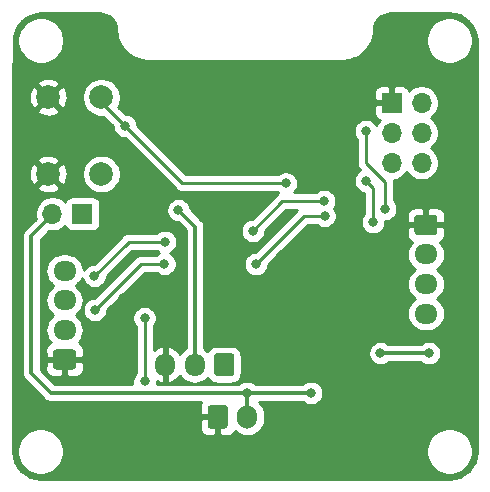
<source format=gbr>
%TF.GenerationSoftware,KiCad,Pcbnew,(5.1.10)-1*%
%TF.CreationDate,2021-08-06T22:26:06+02:00*%
%TF.ProjectId,board,626f6172-642e-46b6-9963-61645f706362,0.2*%
%TF.SameCoordinates,Original*%
%TF.FileFunction,Copper,L2,Bot*%
%TF.FilePolarity,Positive*%
%FSLAX46Y46*%
G04 Gerber Fmt 4.6, Leading zero omitted, Abs format (unit mm)*
G04 Created by KiCad (PCBNEW (5.1.10)-1) date 2021-08-06 22:26:06*
%MOMM*%
%LPD*%
G01*
G04 APERTURE LIST*
%TA.AperFunction,ComponentPad*%
%ADD10C,2.000000*%
%TD*%
%TA.AperFunction,ComponentPad*%
%ADD11O,1.700000X1.700000*%
%TD*%
%TA.AperFunction,ComponentPad*%
%ADD12R,1.700000X1.700000*%
%TD*%
%TA.AperFunction,ComponentPad*%
%ADD13O,1.700000X2.000000*%
%TD*%
%TA.AperFunction,ComponentPad*%
%ADD14O,1.950000X1.700000*%
%TD*%
%TA.AperFunction,ComponentPad*%
%ADD15O,1.700000X1.950000*%
%TD*%
%TA.AperFunction,ViaPad*%
%ADD16C,0.800000*%
%TD*%
%TA.AperFunction,Conductor*%
%ADD17C,0.300000*%
%TD*%
%TA.AperFunction,Conductor*%
%ADD18C,0.254000*%
%TD*%
%TA.AperFunction,Conductor*%
%ADD19C,0.100000*%
%TD*%
G04 APERTURE END LIST*
D10*
%TO.P,SW1,1*%
%TO.N,GND*%
X58370000Y-28540000D03*
%TO.P,SW1,2*%
%TO.N,/RESET*%
X62870000Y-28540000D03*
%TO.P,SW1,1*%
%TO.N,GND*%
X58370000Y-35040000D03*
%TO.P,SW1,2*%
%TO.N,/RESET*%
X62870000Y-35040000D03*
%TD*%
D11*
%TO.P,J6,6*%
%TO.N,+3V3*%
X89980000Y-34090000D03*
%TO.P,J6,5*%
%TO.N,RX*%
X87440000Y-34090000D03*
%TO.P,J6,4*%
%TO.N,GPIO0*%
X89980000Y-31550000D03*
%TO.P,J6,3*%
%TO.N,TX*%
X87440000Y-31550000D03*
%TO.P,J6,2*%
%TO.N,Net-(J6-Pad2)*%
X89980000Y-29010000D03*
D12*
%TO.P,J6,1*%
%TO.N,GND*%
X87440000Y-29010000D03*
%TD*%
D13*
%TO.P,J5,2*%
%TO.N,VBUS*%
X75220000Y-55600000D03*
%TO.P,J5,1*%
%TO.N,GND*%
%TA.AperFunction,ComponentPad*%
G36*
G01*
X71870000Y-56350000D02*
X71870000Y-54850000D01*
G75*
G02*
X72120000Y-54600000I250000J0D01*
G01*
X73320000Y-54600000D01*
G75*
G02*
X73570000Y-54850000I0J-250000D01*
G01*
X73570000Y-56350000D01*
G75*
G02*
X73320000Y-56600000I-250000J0D01*
G01*
X72120000Y-56600000D01*
G75*
G02*
X71870000Y-56350000I0J250000D01*
G01*
G37*
%TD.AperFunction*%
%TD*%
D11*
%TO.P,J4,2*%
%TO.N,VBUS*%
X58730000Y-38410000D03*
D12*
%TO.P,J4,1*%
%TO.N,/RELAY_V*%
X61270000Y-38410000D03*
%TD*%
D14*
%TO.P,J3,4*%
%TO.N,/RELAY_V*%
X59750000Y-43240000D03*
%TO.P,J3,3*%
%TO.N,CH2*%
X59750000Y-45740000D03*
%TO.P,J3,2*%
%TO.N,CH1*%
X59750000Y-48240000D03*
%TO.P,J3,1*%
%TO.N,GND*%
%TA.AperFunction,ComponentPad*%
G36*
G01*
X60475000Y-51590000D02*
X59025000Y-51590000D01*
G75*
G02*
X58775000Y-51340000I0J250000D01*
G01*
X58775000Y-50140000D01*
G75*
G02*
X59025000Y-49890000I250000J0D01*
G01*
X60475000Y-49890000D01*
G75*
G02*
X60725000Y-50140000I0J-250000D01*
G01*
X60725000Y-51340000D01*
G75*
G02*
X60475000Y-51590000I-250000J0D01*
G01*
G37*
%TD.AperFunction*%
%TD*%
%TO.P,J2,4*%
%TO.N,SDA*%
X90340000Y-46850000D03*
%TO.P,J2,3*%
%TO.N,SCL*%
X90340000Y-44350000D03*
%TO.P,J2,2*%
%TO.N,+3V3*%
X90340000Y-41850000D03*
%TO.P,J2,1*%
%TO.N,GND*%
%TA.AperFunction,ComponentPad*%
G36*
G01*
X89615000Y-38500000D02*
X91065000Y-38500000D01*
G75*
G02*
X91315000Y-38750000I0J-250000D01*
G01*
X91315000Y-39950000D01*
G75*
G02*
X91065000Y-40200000I-250000J0D01*
G01*
X89615000Y-40200000D01*
G75*
G02*
X89365000Y-39950000I0J250000D01*
G01*
X89365000Y-38750000D01*
G75*
G02*
X89615000Y-38500000I250000J0D01*
G01*
G37*
%TD.AperFunction*%
%TD*%
D15*
%TO.P,J1,3*%
%TO.N,GND*%
X68260000Y-51170000D03*
%TO.P,J1,2*%
%TO.N,+3V3*%
X70760000Y-51170000D03*
%TO.P,J1,1*%
%TO.N,GPIO14*%
%TA.AperFunction,ComponentPad*%
G36*
G01*
X74110000Y-50445000D02*
X74110000Y-51895000D01*
G75*
G02*
X73860000Y-52145000I-250000J0D01*
G01*
X72660000Y-52145000D01*
G75*
G02*
X72410000Y-51895000I0J250000D01*
G01*
X72410000Y-50445000D01*
G75*
G02*
X72660000Y-50195000I250000J0D01*
G01*
X73860000Y-50195000D01*
G75*
G02*
X74110000Y-50445000I0J-250000D01*
G01*
G37*
%TD.AperFunction*%
%TD*%
D16*
%TO.N,GND*%
X64720000Y-45510000D03*
X87570000Y-42860000D03*
X81390000Y-42930000D03*
X76820000Y-51400000D03*
X80950000Y-48370000D03*
%TO.N,+3V3*%
X69390000Y-38090000D03*
X86500000Y-50200000D03*
X90600000Y-50200000D03*
%TO.N,SCL*%
X85250000Y-31400000D03*
X86890000Y-37980000D03*
%TO.N,SDA*%
X85870000Y-39110000D03*
X85280000Y-35620000D03*
%TO.N,CH2*%
X62280000Y-43670000D03*
X68240000Y-40780000D03*
X81730000Y-37330000D03*
X75690000Y-39840000D03*
%TO.N,CH1*%
X62325000Y-46535000D03*
X68210000Y-42650000D03*
X81760000Y-38590000D03*
X75950000Y-42660000D03*
%TO.N,VBUS*%
X80620000Y-53560000D03*
X75220000Y-53570000D03*
%TO.N,/RESET*%
X64870000Y-30970000D03*
X78490000Y-35830000D03*
%TO.N,SLED1*%
X66520000Y-47230000D03*
X66520000Y-52595000D03*
%TD*%
D17*
%TO.N,+3V3*%
X70790000Y-39490000D02*
X69390000Y-38090000D01*
X70790000Y-51290000D02*
X70790000Y-39490000D01*
X90600000Y-50200000D02*
X86500000Y-50200000D01*
D18*
%TO.N,SCL*%
X85250000Y-34080000D02*
X85250000Y-31400000D01*
X86890000Y-35720000D02*
X85250000Y-34080000D01*
X86890000Y-37980000D02*
X86890000Y-35720000D01*
%TO.N,SDA*%
X85280000Y-35620000D02*
X85870000Y-36210000D01*
X85870000Y-36210000D02*
X85870000Y-39110000D01*
%TO.N,CH2*%
X65170000Y-40780000D02*
X62280000Y-43670000D01*
X68240000Y-40780000D02*
X65170000Y-40780000D01*
X78200000Y-37330000D02*
X75690000Y-39840000D01*
X81730000Y-37330000D02*
X78200000Y-37330000D01*
%TO.N,CH1*%
X66210000Y-42650000D02*
X62325000Y-46535000D01*
X68210000Y-42650000D02*
X66210000Y-42650000D01*
X80020000Y-38590000D02*
X75950000Y-42660000D01*
X81760000Y-38590000D02*
X80020000Y-38590000D01*
D17*
%TO.N,VBUS*%
X56950000Y-40260000D02*
X58950000Y-38260000D01*
X56950000Y-51910000D02*
X56950000Y-40260000D01*
X76968546Y-53560000D02*
X77390000Y-53560000D01*
X77390000Y-53560000D02*
X80620000Y-53560000D01*
X58610000Y-53570000D02*
X75220000Y-53570000D01*
X56950000Y-51910000D02*
X58610000Y-53570000D01*
X75220000Y-53570000D02*
X76970000Y-53570000D01*
X75220000Y-53570000D02*
X75220000Y-55600000D01*
D18*
%TO.N,/RESET*%
X69730000Y-35830000D02*
X64870000Y-30970000D01*
X78490000Y-35830000D02*
X69730000Y-35830000D01*
X62870000Y-28970000D02*
X62870000Y-28540000D01*
X64870000Y-30970000D02*
X62870000Y-28970000D01*
%TO.N,SLED1*%
X66520000Y-47230000D02*
X66520000Y-52595000D01*
%TD*%
%TO.N,GND*%
X63029659Y-21458625D02*
X63279429Y-21534035D01*
X63509792Y-21656522D01*
X63711980Y-21821422D01*
X63878286Y-22022450D01*
X64002378Y-22251954D01*
X64079531Y-22501195D01*
X64112938Y-22819040D01*
X64112765Y-22843781D01*
X64113665Y-22852952D01*
X64154466Y-23241145D01*
X64166487Y-23299708D01*
X64177702Y-23358501D01*
X64180366Y-23367323D01*
X64295790Y-23740198D01*
X64318975Y-23795353D01*
X64341379Y-23850806D01*
X64345706Y-23858943D01*
X64531357Y-24202298D01*
X64564780Y-24251849D01*
X64597562Y-24301946D01*
X64603387Y-24309087D01*
X64852194Y-24609841D01*
X64894629Y-24651981D01*
X64936492Y-24694730D01*
X64943592Y-24700604D01*
X65246077Y-24947305D01*
X65295904Y-24980409D01*
X65345259Y-25014204D01*
X65353365Y-25018587D01*
X65698007Y-25201837D01*
X65753311Y-25224631D01*
X65808295Y-25248198D01*
X65817098Y-25250923D01*
X66190770Y-25363741D01*
X66249458Y-25375361D01*
X66307961Y-25387797D01*
X66317126Y-25388760D01*
X66705595Y-25426850D01*
X66705598Y-25426850D01*
X66737581Y-25430000D01*
X83332419Y-25430000D01*
X83361373Y-25427148D01*
X83373781Y-25427235D01*
X83382952Y-25426335D01*
X83771145Y-25385534D01*
X83829708Y-25373513D01*
X83888501Y-25362298D01*
X83897323Y-25359634D01*
X84270198Y-25244210D01*
X84325353Y-25221025D01*
X84380806Y-25198621D01*
X84388943Y-25194294D01*
X84732298Y-25008643D01*
X84781849Y-24975220D01*
X84831946Y-24942438D01*
X84839087Y-24936613D01*
X85139841Y-24687806D01*
X85181981Y-24645371D01*
X85224730Y-24603508D01*
X85230604Y-24596408D01*
X85477305Y-24293923D01*
X85510409Y-24244096D01*
X85544204Y-24194741D01*
X85548587Y-24186635D01*
X85731837Y-23841993D01*
X85754631Y-23786689D01*
X85778198Y-23731705D01*
X85780923Y-23722902D01*
X85834787Y-23544495D01*
X90345000Y-23544495D01*
X90345000Y-23935505D01*
X90421282Y-24319003D01*
X90570915Y-24680250D01*
X90788149Y-25005364D01*
X91064636Y-25281851D01*
X91389750Y-25499085D01*
X91750997Y-25648718D01*
X92134495Y-25725000D01*
X92525505Y-25725000D01*
X92909003Y-25648718D01*
X93270250Y-25499085D01*
X93595364Y-25281851D01*
X93871851Y-25005364D01*
X94089085Y-24680250D01*
X94238718Y-24319003D01*
X94315000Y-23935505D01*
X94315000Y-23544495D01*
X94238718Y-23160997D01*
X94089085Y-22799750D01*
X93871851Y-22474636D01*
X93595364Y-22198149D01*
X93270250Y-21980915D01*
X92909003Y-21831282D01*
X92525505Y-21755000D01*
X92134495Y-21755000D01*
X91750997Y-21831282D01*
X91389750Y-21980915D01*
X91064636Y-22198149D01*
X90788149Y-22474636D01*
X90570915Y-22799750D01*
X90421282Y-23160997D01*
X90345000Y-23544495D01*
X85834787Y-23544495D01*
X85893741Y-23349230D01*
X85905361Y-23290542D01*
X85917797Y-23232039D01*
X85918760Y-23222874D01*
X85956850Y-22834405D01*
X85988625Y-22510341D01*
X86064035Y-22260571D01*
X86186522Y-22030208D01*
X86351422Y-21828020D01*
X86552450Y-21661714D01*
X86781954Y-21537622D01*
X87031195Y-21460469D01*
X87321088Y-21430000D01*
X92267721Y-21430000D01*
X92753893Y-21477670D01*
X93190498Y-21609489D01*
X93593185Y-21823600D01*
X93946612Y-22111848D01*
X94237327Y-22463261D01*
X94454242Y-22864439D01*
X94589106Y-23300113D01*
X94640001Y-23784353D01*
X94640000Y-58467721D01*
X94592330Y-58953894D01*
X94460512Y-59390497D01*
X94246399Y-59793186D01*
X93958150Y-60146613D01*
X93606739Y-60437327D01*
X93205564Y-60654240D01*
X92769886Y-60789106D01*
X92285664Y-60840000D01*
X57772279Y-60840000D01*
X57286106Y-60792330D01*
X56849503Y-60660512D01*
X56446814Y-60446399D01*
X56093387Y-60158150D01*
X55802673Y-59806739D01*
X55585760Y-59405564D01*
X55450894Y-58969886D01*
X55400012Y-58485777D01*
X55400142Y-58334495D01*
X55725000Y-58334495D01*
X55725000Y-58725505D01*
X55801282Y-59109003D01*
X55950915Y-59470250D01*
X56168149Y-59795364D01*
X56444636Y-60071851D01*
X56769750Y-60289085D01*
X57130997Y-60438718D01*
X57514495Y-60515000D01*
X57905505Y-60515000D01*
X58289003Y-60438718D01*
X58650250Y-60289085D01*
X58975364Y-60071851D01*
X59251851Y-59795364D01*
X59469085Y-59470250D01*
X59618718Y-59109003D01*
X59695000Y-58725505D01*
X59695000Y-58334495D01*
X59693011Y-58324495D01*
X90355000Y-58324495D01*
X90355000Y-58715505D01*
X90431282Y-59099003D01*
X90580915Y-59460250D01*
X90798149Y-59785364D01*
X91074636Y-60061851D01*
X91399750Y-60279085D01*
X91760997Y-60428718D01*
X92144495Y-60505000D01*
X92535505Y-60505000D01*
X92919003Y-60428718D01*
X93280250Y-60279085D01*
X93605364Y-60061851D01*
X93881851Y-59785364D01*
X94099085Y-59460250D01*
X94248718Y-59099003D01*
X94325000Y-58715505D01*
X94325000Y-58324495D01*
X94248718Y-57940997D01*
X94099085Y-57579750D01*
X93881851Y-57254636D01*
X93605364Y-56978149D01*
X93280250Y-56760915D01*
X92919003Y-56611282D01*
X92535505Y-56535000D01*
X92144495Y-56535000D01*
X91760997Y-56611282D01*
X91399750Y-56760915D01*
X91074636Y-56978149D01*
X90798149Y-57254636D01*
X90580915Y-57579750D01*
X90431282Y-57940997D01*
X90355000Y-58324495D01*
X59693011Y-58324495D01*
X59618718Y-57950997D01*
X59469085Y-57589750D01*
X59251851Y-57264636D01*
X58975364Y-56988149D01*
X58650250Y-56770915D01*
X58289003Y-56621282D01*
X58182011Y-56600000D01*
X71231928Y-56600000D01*
X71244188Y-56724482D01*
X71280498Y-56844180D01*
X71339463Y-56954494D01*
X71418815Y-57051185D01*
X71515506Y-57130537D01*
X71625820Y-57189502D01*
X71745518Y-57225812D01*
X71870000Y-57238072D01*
X72434250Y-57235000D01*
X72593000Y-57076250D01*
X72593000Y-55727000D01*
X71393750Y-55727000D01*
X71235000Y-55885750D01*
X71231928Y-56600000D01*
X58182011Y-56600000D01*
X57905505Y-56545000D01*
X57514495Y-56545000D01*
X57130997Y-56621282D01*
X56769750Y-56770915D01*
X56444636Y-56988149D01*
X56168149Y-57264636D01*
X55950915Y-57589750D01*
X55801282Y-57950997D01*
X55725000Y-58334495D01*
X55400142Y-58334495D01*
X55415754Y-40260000D01*
X56161203Y-40260000D01*
X56165001Y-40298563D01*
X56165000Y-51871447D01*
X56161203Y-51910000D01*
X56165000Y-51948553D01*
X56165000Y-51948560D01*
X56176359Y-52063886D01*
X56221246Y-52211859D01*
X56294138Y-52348232D01*
X56392236Y-52467764D01*
X56422190Y-52492347D01*
X58027653Y-54097810D01*
X58052236Y-54127764D01*
X58171767Y-54225862D01*
X58289431Y-54288754D01*
X58308140Y-54298754D01*
X58456113Y-54343642D01*
X58531026Y-54351020D01*
X58571439Y-54355000D01*
X58571444Y-54355000D01*
X58610000Y-54358797D01*
X58648556Y-54355000D01*
X71280936Y-54355000D01*
X71280498Y-54355820D01*
X71244188Y-54475518D01*
X71231928Y-54600000D01*
X71235000Y-55314250D01*
X71393750Y-55473000D01*
X72593000Y-55473000D01*
X72593000Y-55453000D01*
X72847000Y-55453000D01*
X72847000Y-55473000D01*
X72867000Y-55473000D01*
X72867000Y-55727000D01*
X72847000Y-55727000D01*
X72847000Y-57076250D01*
X73005750Y-57235000D01*
X73570000Y-57238072D01*
X73694482Y-57225812D01*
X73814180Y-57189502D01*
X73924494Y-57130537D01*
X74021185Y-57051185D01*
X74100537Y-56954494D01*
X74159502Y-56844180D01*
X74170055Y-56809392D01*
X74390987Y-56990706D01*
X74648967Y-57128599D01*
X74928890Y-57213513D01*
X75220000Y-57242185D01*
X75511111Y-57213513D01*
X75791034Y-57128599D01*
X76049014Y-56990706D01*
X76275134Y-56805134D01*
X76460706Y-56579014D01*
X76598599Y-56321033D01*
X76683513Y-56041110D01*
X76705000Y-55822949D01*
X76705000Y-55377050D01*
X76683513Y-55158889D01*
X76598599Y-54878966D01*
X76460706Y-54620986D01*
X76275134Y-54394866D01*
X76226557Y-54355000D01*
X77008561Y-54355000D01*
X77110089Y-54345000D01*
X79941289Y-54345000D01*
X79960226Y-54363937D01*
X80129744Y-54477205D01*
X80318102Y-54555226D01*
X80518061Y-54595000D01*
X80721939Y-54595000D01*
X80921898Y-54555226D01*
X81110256Y-54477205D01*
X81279774Y-54363937D01*
X81423937Y-54219774D01*
X81537205Y-54050256D01*
X81615226Y-53861898D01*
X81655000Y-53661939D01*
X81655000Y-53458061D01*
X81615226Y-53258102D01*
X81537205Y-53069744D01*
X81423937Y-52900226D01*
X81279774Y-52756063D01*
X81110256Y-52642795D01*
X80921898Y-52564774D01*
X80721939Y-52525000D01*
X80518061Y-52525000D01*
X80318102Y-52564774D01*
X80129744Y-52642795D01*
X79960226Y-52756063D01*
X79941289Y-52775000D01*
X76929985Y-52775000D01*
X76828457Y-52785000D01*
X75898711Y-52785000D01*
X75879774Y-52766063D01*
X75710256Y-52652795D01*
X75521898Y-52574774D01*
X75321939Y-52535000D01*
X75118061Y-52535000D01*
X74918102Y-52574774D01*
X74729744Y-52652795D01*
X74560226Y-52766063D01*
X74541289Y-52785000D01*
X70782185Y-52785000D01*
X71051110Y-52758513D01*
X71331033Y-52673599D01*
X71589013Y-52535706D01*
X71815134Y-52350134D01*
X71867223Y-52286663D01*
X71921595Y-52388386D01*
X72032038Y-52522962D01*
X72166614Y-52633405D01*
X72320150Y-52715472D01*
X72486746Y-52766008D01*
X72660000Y-52783072D01*
X73860000Y-52783072D01*
X74033254Y-52766008D01*
X74199850Y-52715472D01*
X74353386Y-52633405D01*
X74487962Y-52522962D01*
X74598405Y-52388386D01*
X74680472Y-52234850D01*
X74731008Y-52068254D01*
X74748072Y-51895000D01*
X74748072Y-50445000D01*
X74731008Y-50271746D01*
X74680472Y-50105150D01*
X74676683Y-50098061D01*
X85465000Y-50098061D01*
X85465000Y-50301939D01*
X85504774Y-50501898D01*
X85582795Y-50690256D01*
X85696063Y-50859774D01*
X85840226Y-51003937D01*
X86009744Y-51117205D01*
X86198102Y-51195226D01*
X86398061Y-51235000D01*
X86601939Y-51235000D01*
X86801898Y-51195226D01*
X86990256Y-51117205D01*
X87159774Y-51003937D01*
X87178711Y-50985000D01*
X89921289Y-50985000D01*
X89940226Y-51003937D01*
X90109744Y-51117205D01*
X90298102Y-51195226D01*
X90498061Y-51235000D01*
X90701939Y-51235000D01*
X90901898Y-51195226D01*
X91090256Y-51117205D01*
X91259774Y-51003937D01*
X91403937Y-50859774D01*
X91517205Y-50690256D01*
X91595226Y-50501898D01*
X91635000Y-50301939D01*
X91635000Y-50098061D01*
X91595226Y-49898102D01*
X91517205Y-49709744D01*
X91403937Y-49540226D01*
X91259774Y-49396063D01*
X91090256Y-49282795D01*
X90901898Y-49204774D01*
X90701939Y-49165000D01*
X90498061Y-49165000D01*
X90298102Y-49204774D01*
X90109744Y-49282795D01*
X89940226Y-49396063D01*
X89921289Y-49415000D01*
X87178711Y-49415000D01*
X87159774Y-49396063D01*
X86990256Y-49282795D01*
X86801898Y-49204774D01*
X86601939Y-49165000D01*
X86398061Y-49165000D01*
X86198102Y-49204774D01*
X86009744Y-49282795D01*
X85840226Y-49396063D01*
X85696063Y-49540226D01*
X85582795Y-49709744D01*
X85504774Y-49898102D01*
X85465000Y-50098061D01*
X74676683Y-50098061D01*
X74598405Y-49951614D01*
X74487962Y-49817038D01*
X74353386Y-49706595D01*
X74199850Y-49624528D01*
X74033254Y-49573992D01*
X73860000Y-49556928D01*
X72660000Y-49556928D01*
X72486746Y-49573992D01*
X72320150Y-49624528D01*
X72166614Y-49706595D01*
X72032038Y-49817038D01*
X71921595Y-49951614D01*
X71867223Y-50053337D01*
X71815134Y-49989866D01*
X71589014Y-49804294D01*
X71575000Y-49796803D01*
X71575000Y-39528555D01*
X71578797Y-39490000D01*
X71575000Y-39451444D01*
X71575000Y-39451439D01*
X71571020Y-39411026D01*
X71563642Y-39336113D01*
X71518754Y-39188140D01*
X71485005Y-39125000D01*
X71445862Y-39051767D01*
X71347764Y-38932236D01*
X71317816Y-38907658D01*
X70425000Y-38014843D01*
X70425000Y-37988061D01*
X70385226Y-37788102D01*
X70307205Y-37599744D01*
X70193937Y-37430226D01*
X70049774Y-37286063D01*
X69880256Y-37172795D01*
X69691898Y-37094774D01*
X69491939Y-37055000D01*
X69288061Y-37055000D01*
X69088102Y-37094774D01*
X68899744Y-37172795D01*
X68730226Y-37286063D01*
X68586063Y-37430226D01*
X68472795Y-37599744D01*
X68394774Y-37788102D01*
X68355000Y-37988061D01*
X68355000Y-38191939D01*
X68394774Y-38391898D01*
X68472795Y-38580256D01*
X68586063Y-38749774D01*
X68730226Y-38893937D01*
X68899744Y-39007205D01*
X69088102Y-39085226D01*
X69288061Y-39125000D01*
X69314843Y-39125000D01*
X70005001Y-39815159D01*
X70005000Y-49764733D01*
X69930987Y-49804294D01*
X69704866Y-49989866D01*
X69519294Y-50215986D01*
X69505538Y-50241722D01*
X69349049Y-50035571D01*
X69131193Y-49842504D01*
X68879858Y-49695648D01*
X68616890Y-49603524D01*
X68387000Y-49724845D01*
X68387000Y-51043000D01*
X68407000Y-51043000D01*
X68407000Y-51297000D01*
X68387000Y-51297000D01*
X68387000Y-52615155D01*
X68616890Y-52736476D01*
X68879858Y-52644352D01*
X69131193Y-52497496D01*
X69349049Y-52304429D01*
X69505538Y-52098278D01*
X69519294Y-52124013D01*
X69704866Y-52350134D01*
X69930986Y-52535706D01*
X70188966Y-52673599D01*
X70468889Y-52758513D01*
X70737815Y-52785000D01*
X67537484Y-52785000D01*
X67555000Y-52696939D01*
X67555000Y-52594603D01*
X67640142Y-52644352D01*
X67903110Y-52736476D01*
X68133000Y-52615155D01*
X68133000Y-51297000D01*
X68113000Y-51297000D01*
X68113000Y-51043000D01*
X68133000Y-51043000D01*
X68133000Y-49724845D01*
X67903110Y-49603524D01*
X67640142Y-49695648D01*
X67388807Y-49842504D01*
X67282000Y-49937158D01*
X67282000Y-47931711D01*
X67323937Y-47889774D01*
X67437205Y-47720256D01*
X67515226Y-47531898D01*
X67555000Y-47331939D01*
X67555000Y-47128061D01*
X67515226Y-46928102D01*
X67437205Y-46739744D01*
X67323937Y-46570226D01*
X67179774Y-46426063D01*
X67010256Y-46312795D01*
X66821898Y-46234774D01*
X66621939Y-46195000D01*
X66418061Y-46195000D01*
X66218102Y-46234774D01*
X66029744Y-46312795D01*
X65860226Y-46426063D01*
X65716063Y-46570226D01*
X65602795Y-46739744D01*
X65524774Y-46928102D01*
X65485000Y-47128061D01*
X65485000Y-47331939D01*
X65524774Y-47531898D01*
X65602795Y-47720256D01*
X65716063Y-47889774D01*
X65758000Y-47931711D01*
X65758001Y-51893288D01*
X65716063Y-51935226D01*
X65602795Y-52104744D01*
X65524774Y-52293102D01*
X65485000Y-52493061D01*
X65485000Y-52696939D01*
X65502516Y-52785000D01*
X58935157Y-52785000D01*
X57740157Y-51590000D01*
X58136928Y-51590000D01*
X58149188Y-51714482D01*
X58185498Y-51834180D01*
X58244463Y-51944494D01*
X58323815Y-52041185D01*
X58420506Y-52120537D01*
X58530820Y-52179502D01*
X58650518Y-52215812D01*
X58775000Y-52228072D01*
X59464250Y-52225000D01*
X59623000Y-52066250D01*
X59623000Y-50867000D01*
X59877000Y-50867000D01*
X59877000Y-52066250D01*
X60035750Y-52225000D01*
X60725000Y-52228072D01*
X60849482Y-52215812D01*
X60969180Y-52179502D01*
X61079494Y-52120537D01*
X61176185Y-52041185D01*
X61255537Y-51944494D01*
X61314502Y-51834180D01*
X61350812Y-51714482D01*
X61363072Y-51590000D01*
X61360000Y-51025750D01*
X61201250Y-50867000D01*
X59877000Y-50867000D01*
X59623000Y-50867000D01*
X58298750Y-50867000D01*
X58140000Y-51025750D01*
X58136928Y-51590000D01*
X57740157Y-51590000D01*
X57735000Y-51584843D01*
X57735000Y-43240000D01*
X58132815Y-43240000D01*
X58161487Y-43531111D01*
X58246401Y-43811034D01*
X58384294Y-44069014D01*
X58569866Y-44295134D01*
X58795986Y-44480706D01*
X58813374Y-44490000D01*
X58795986Y-44499294D01*
X58569866Y-44684866D01*
X58384294Y-44910986D01*
X58246401Y-45168966D01*
X58161487Y-45448889D01*
X58132815Y-45740000D01*
X58161487Y-46031111D01*
X58246401Y-46311034D01*
X58384294Y-46569014D01*
X58569866Y-46795134D01*
X58795986Y-46980706D01*
X58813374Y-46990000D01*
X58795986Y-46999294D01*
X58569866Y-47184866D01*
X58384294Y-47410986D01*
X58246401Y-47668966D01*
X58161487Y-47948889D01*
X58132815Y-48240000D01*
X58161487Y-48531111D01*
X58246401Y-48811034D01*
X58384294Y-49069014D01*
X58565608Y-49289945D01*
X58530820Y-49300498D01*
X58420506Y-49359463D01*
X58323815Y-49438815D01*
X58244463Y-49535506D01*
X58185498Y-49645820D01*
X58149188Y-49765518D01*
X58136928Y-49890000D01*
X58140000Y-50454250D01*
X58298750Y-50613000D01*
X59623000Y-50613000D01*
X59623000Y-50593000D01*
X59877000Y-50593000D01*
X59877000Y-50613000D01*
X61201250Y-50613000D01*
X61360000Y-50454250D01*
X61363072Y-49890000D01*
X61350812Y-49765518D01*
X61314502Y-49645820D01*
X61255537Y-49535506D01*
X61176185Y-49438815D01*
X61079494Y-49359463D01*
X60969180Y-49300498D01*
X60934392Y-49289945D01*
X61115706Y-49069014D01*
X61253599Y-48811034D01*
X61338513Y-48531111D01*
X61367185Y-48240000D01*
X61338513Y-47948889D01*
X61253599Y-47668966D01*
X61115706Y-47410986D01*
X60930134Y-47184866D01*
X60704014Y-46999294D01*
X60686626Y-46990000D01*
X60704014Y-46980706D01*
X60930134Y-46795134D01*
X61115706Y-46569014D01*
X61253599Y-46311034D01*
X61338513Y-46031111D01*
X61367185Y-45740000D01*
X61338513Y-45448889D01*
X61253599Y-45168966D01*
X61115706Y-44910986D01*
X60930134Y-44684866D01*
X60704014Y-44499294D01*
X60686626Y-44490000D01*
X60704014Y-44480706D01*
X60930134Y-44295134D01*
X61115706Y-44069014D01*
X61253000Y-43812156D01*
X61284774Y-43971898D01*
X61362795Y-44160256D01*
X61476063Y-44329774D01*
X61620226Y-44473937D01*
X61789744Y-44587205D01*
X61978102Y-44665226D01*
X62178061Y-44705000D01*
X62381939Y-44705000D01*
X62581898Y-44665226D01*
X62770256Y-44587205D01*
X62939774Y-44473937D01*
X63083937Y-44329774D01*
X63197205Y-44160256D01*
X63275226Y-43971898D01*
X63315000Y-43771939D01*
X63315000Y-43712630D01*
X65485631Y-41542000D01*
X67538289Y-41542000D01*
X67580226Y-41583937D01*
X67749744Y-41697205D01*
X67777705Y-41708787D01*
X67719744Y-41732795D01*
X67550226Y-41846063D01*
X67508289Y-41888000D01*
X66247423Y-41888000D01*
X66210000Y-41884314D01*
X66172577Y-41888000D01*
X66172574Y-41888000D01*
X66060622Y-41899026D01*
X65916985Y-41942598D01*
X65855364Y-41975535D01*
X65784607Y-42013355D01*
X65742219Y-42048143D01*
X65668578Y-42108578D01*
X65644716Y-42137654D01*
X62282370Y-45500000D01*
X62223061Y-45500000D01*
X62023102Y-45539774D01*
X61834744Y-45617795D01*
X61665226Y-45731063D01*
X61521063Y-45875226D01*
X61407795Y-46044744D01*
X61329774Y-46233102D01*
X61290000Y-46433061D01*
X61290000Y-46636939D01*
X61329774Y-46836898D01*
X61407795Y-47025256D01*
X61521063Y-47194774D01*
X61665226Y-47338937D01*
X61834744Y-47452205D01*
X62023102Y-47530226D01*
X62223061Y-47570000D01*
X62426939Y-47570000D01*
X62626898Y-47530226D01*
X62815256Y-47452205D01*
X62984774Y-47338937D01*
X63128937Y-47194774D01*
X63242205Y-47025256D01*
X63320226Y-46836898D01*
X63360000Y-46636939D01*
X63360000Y-46577630D01*
X66525630Y-43412000D01*
X67508289Y-43412000D01*
X67550226Y-43453937D01*
X67719744Y-43567205D01*
X67908102Y-43645226D01*
X68108061Y-43685000D01*
X68311939Y-43685000D01*
X68511898Y-43645226D01*
X68700256Y-43567205D01*
X68869774Y-43453937D01*
X69013937Y-43309774D01*
X69127205Y-43140256D01*
X69205226Y-42951898D01*
X69245000Y-42751939D01*
X69245000Y-42548061D01*
X69205226Y-42348102D01*
X69127205Y-42159744D01*
X69013937Y-41990226D01*
X68869774Y-41846063D01*
X68700256Y-41732795D01*
X68672295Y-41721213D01*
X68730256Y-41697205D01*
X68899774Y-41583937D01*
X69043937Y-41439774D01*
X69157205Y-41270256D01*
X69235226Y-41081898D01*
X69275000Y-40881939D01*
X69275000Y-40678061D01*
X69235226Y-40478102D01*
X69157205Y-40289744D01*
X69043937Y-40120226D01*
X68899774Y-39976063D01*
X68730256Y-39862795D01*
X68541898Y-39784774D01*
X68341939Y-39745000D01*
X68138061Y-39745000D01*
X67938102Y-39784774D01*
X67749744Y-39862795D01*
X67580226Y-39976063D01*
X67538289Y-40018000D01*
X65207422Y-40018000D01*
X65169999Y-40014314D01*
X65132576Y-40018000D01*
X65132574Y-40018000D01*
X65020622Y-40029026D01*
X64876985Y-40072598D01*
X64744608Y-40143355D01*
X64628578Y-40238578D01*
X64604721Y-40267648D01*
X62237370Y-42635000D01*
X62178061Y-42635000D01*
X61978102Y-42674774D01*
X61789744Y-42752795D01*
X61620226Y-42866063D01*
X61476063Y-43010226D01*
X61362795Y-43179744D01*
X61361547Y-43182757D01*
X61338513Y-42948889D01*
X61253599Y-42668966D01*
X61115706Y-42410986D01*
X60930134Y-42184866D01*
X60704014Y-41999294D01*
X60446034Y-41861401D01*
X60166111Y-41776487D01*
X59947950Y-41755000D01*
X59552050Y-41755000D01*
X59333889Y-41776487D01*
X59053966Y-41861401D01*
X58795986Y-41999294D01*
X58569866Y-42184866D01*
X58384294Y-42410986D01*
X58246401Y-42668966D01*
X58161487Y-42948889D01*
X58132815Y-43240000D01*
X57735000Y-43240000D01*
X57735000Y-40585157D01*
X58451468Y-39868689D01*
X58583740Y-39895000D01*
X58876260Y-39895000D01*
X59163158Y-39837932D01*
X59433411Y-39725990D01*
X59676632Y-39563475D01*
X59808487Y-39431620D01*
X59830498Y-39504180D01*
X59889463Y-39614494D01*
X59968815Y-39711185D01*
X60065506Y-39790537D01*
X60175820Y-39849502D01*
X60295518Y-39885812D01*
X60420000Y-39898072D01*
X62120000Y-39898072D01*
X62244482Y-39885812D01*
X62364180Y-39849502D01*
X62474494Y-39790537D01*
X62571185Y-39711185D01*
X62650537Y-39614494D01*
X62709502Y-39504180D01*
X62745812Y-39384482D01*
X62758072Y-39260000D01*
X62758072Y-37560000D01*
X62745812Y-37435518D01*
X62709502Y-37315820D01*
X62650537Y-37205506D01*
X62571185Y-37108815D01*
X62474494Y-37029463D01*
X62364180Y-36970498D01*
X62244482Y-36934188D01*
X62120000Y-36921928D01*
X60420000Y-36921928D01*
X60295518Y-36934188D01*
X60175820Y-36970498D01*
X60065506Y-37029463D01*
X59968815Y-37108815D01*
X59889463Y-37205506D01*
X59830498Y-37315820D01*
X59808487Y-37388380D01*
X59676632Y-37256525D01*
X59433411Y-37094010D01*
X59163158Y-36982068D01*
X58876260Y-36925000D01*
X58583740Y-36925000D01*
X58296842Y-36982068D01*
X58026589Y-37094010D01*
X57783368Y-37256525D01*
X57576525Y-37463368D01*
X57414010Y-37706589D01*
X57302068Y-37976842D01*
X57245000Y-38263740D01*
X57245000Y-38556260D01*
X57294538Y-38805304D01*
X56422185Y-39677658D01*
X56392237Y-39702236D01*
X56367659Y-39732184D01*
X56367655Y-39732188D01*
X56357141Y-39745000D01*
X56294139Y-39821767D01*
X56265319Y-39875686D01*
X56221246Y-39958141D01*
X56176359Y-40106114D01*
X56161203Y-40260000D01*
X55415754Y-40260000D01*
X55419282Y-36175413D01*
X57414192Y-36175413D01*
X57509956Y-36439814D01*
X57799571Y-36580704D01*
X58111108Y-36662384D01*
X58432595Y-36681718D01*
X58751675Y-36637961D01*
X59056088Y-36532795D01*
X59230044Y-36439814D01*
X59325808Y-36175413D01*
X58370000Y-35219605D01*
X57414192Y-36175413D01*
X55419282Y-36175413D01*
X55420209Y-35102595D01*
X56728282Y-35102595D01*
X56772039Y-35421675D01*
X56877205Y-35726088D01*
X56970186Y-35900044D01*
X57234587Y-35995808D01*
X58190395Y-35040000D01*
X58549605Y-35040000D01*
X59505413Y-35995808D01*
X59769814Y-35900044D01*
X59910704Y-35610429D01*
X59992384Y-35298892D01*
X60011718Y-34977405D01*
X59998219Y-34878967D01*
X61235000Y-34878967D01*
X61235000Y-35201033D01*
X61297832Y-35516912D01*
X61421082Y-35814463D01*
X61600013Y-36082252D01*
X61827748Y-36309987D01*
X62095537Y-36488918D01*
X62393088Y-36612168D01*
X62708967Y-36675000D01*
X63031033Y-36675000D01*
X63346912Y-36612168D01*
X63644463Y-36488918D01*
X63912252Y-36309987D01*
X64139987Y-36082252D01*
X64318918Y-35814463D01*
X64442168Y-35516912D01*
X64505000Y-35201033D01*
X64505000Y-34878967D01*
X64442168Y-34563088D01*
X64318918Y-34265537D01*
X64139987Y-33997748D01*
X63912252Y-33770013D01*
X63644463Y-33591082D01*
X63346912Y-33467832D01*
X63031033Y-33405000D01*
X62708967Y-33405000D01*
X62393088Y-33467832D01*
X62095537Y-33591082D01*
X61827748Y-33770013D01*
X61600013Y-33997748D01*
X61421082Y-34265537D01*
X61297832Y-34563088D01*
X61235000Y-34878967D01*
X59998219Y-34878967D01*
X59967961Y-34658325D01*
X59862795Y-34353912D01*
X59769814Y-34179956D01*
X59505413Y-34084192D01*
X58549605Y-35040000D01*
X58190395Y-35040000D01*
X57234587Y-34084192D01*
X56970186Y-34179956D01*
X56829296Y-34469571D01*
X56747616Y-34781108D01*
X56728282Y-35102595D01*
X55420209Y-35102595D01*
X55421243Y-33904587D01*
X57414192Y-33904587D01*
X58370000Y-34860395D01*
X59325808Y-33904587D01*
X59230044Y-33640186D01*
X58940429Y-33499296D01*
X58628892Y-33417616D01*
X58307405Y-33398282D01*
X57988325Y-33442039D01*
X57683912Y-33547205D01*
X57509956Y-33640186D01*
X57414192Y-33904587D01*
X55421243Y-33904587D01*
X55424897Y-29675413D01*
X57414192Y-29675413D01*
X57509956Y-29939814D01*
X57799571Y-30080704D01*
X58111108Y-30162384D01*
X58432595Y-30181718D01*
X58751675Y-30137961D01*
X59056088Y-30032795D01*
X59230044Y-29939814D01*
X59325808Y-29675413D01*
X58370000Y-28719605D01*
X57414192Y-29675413D01*
X55424897Y-29675413D01*
X55425824Y-28602595D01*
X56728282Y-28602595D01*
X56772039Y-28921675D01*
X56877205Y-29226088D01*
X56970186Y-29400044D01*
X57234587Y-29495808D01*
X58190395Y-28540000D01*
X58549605Y-28540000D01*
X59505413Y-29495808D01*
X59769814Y-29400044D01*
X59910704Y-29110429D01*
X59992384Y-28798892D01*
X60011718Y-28477405D01*
X59998219Y-28378967D01*
X61235000Y-28378967D01*
X61235000Y-28701033D01*
X61297832Y-29016912D01*
X61421082Y-29314463D01*
X61600013Y-29582252D01*
X61827748Y-29809987D01*
X62095537Y-29988918D01*
X62393088Y-30112168D01*
X62708967Y-30175000D01*
X62997370Y-30175000D01*
X63835000Y-31012631D01*
X63835000Y-31071939D01*
X63874774Y-31271898D01*
X63952795Y-31460256D01*
X64066063Y-31629774D01*
X64210226Y-31773937D01*
X64379744Y-31887205D01*
X64568102Y-31965226D01*
X64768061Y-32005000D01*
X64827370Y-32005000D01*
X69164721Y-36342352D01*
X69188578Y-36371422D01*
X69217648Y-36395279D01*
X69304607Y-36466645D01*
X69347879Y-36489774D01*
X69436985Y-36537402D01*
X69580622Y-36580974D01*
X69692574Y-36592000D01*
X69692577Y-36592000D01*
X69730000Y-36595686D01*
X69767423Y-36592000D01*
X77788289Y-36592000D01*
X77830226Y-36633937D01*
X77854912Y-36650432D01*
X77774608Y-36693355D01*
X77658578Y-36788578D01*
X77634721Y-36817648D01*
X75647370Y-38805000D01*
X75588061Y-38805000D01*
X75388102Y-38844774D01*
X75199744Y-38922795D01*
X75030226Y-39036063D01*
X74886063Y-39180226D01*
X74772795Y-39349744D01*
X74694774Y-39538102D01*
X74655000Y-39738061D01*
X74655000Y-39941939D01*
X74694774Y-40141898D01*
X74772795Y-40330256D01*
X74886063Y-40499774D01*
X75030226Y-40643937D01*
X75199744Y-40757205D01*
X75388102Y-40835226D01*
X75588061Y-40875000D01*
X75791939Y-40875000D01*
X75991898Y-40835226D01*
X76180256Y-40757205D01*
X76349774Y-40643937D01*
X76493937Y-40499774D01*
X76607205Y-40330256D01*
X76685226Y-40141898D01*
X76725000Y-39941939D01*
X76725000Y-39882630D01*
X78515631Y-38092000D01*
X79440369Y-38092000D01*
X75907370Y-41625000D01*
X75848061Y-41625000D01*
X75648102Y-41664774D01*
X75459744Y-41742795D01*
X75290226Y-41856063D01*
X75146063Y-42000226D01*
X75032795Y-42169744D01*
X74954774Y-42358102D01*
X74915000Y-42558061D01*
X74915000Y-42761939D01*
X74954774Y-42961898D01*
X75032795Y-43150256D01*
X75146063Y-43319774D01*
X75290226Y-43463937D01*
X75459744Y-43577205D01*
X75648102Y-43655226D01*
X75848061Y-43695000D01*
X76051939Y-43695000D01*
X76251898Y-43655226D01*
X76440256Y-43577205D01*
X76609774Y-43463937D01*
X76753937Y-43319774D01*
X76867205Y-43150256D01*
X76945226Y-42961898D01*
X76985000Y-42761939D01*
X76985000Y-42702630D01*
X77837630Y-41850000D01*
X88722815Y-41850000D01*
X88751487Y-42141111D01*
X88836401Y-42421034D01*
X88974294Y-42679014D01*
X89159866Y-42905134D01*
X89385986Y-43090706D01*
X89403374Y-43100000D01*
X89385986Y-43109294D01*
X89159866Y-43294866D01*
X88974294Y-43520986D01*
X88836401Y-43778966D01*
X88751487Y-44058889D01*
X88722815Y-44350000D01*
X88751487Y-44641111D01*
X88836401Y-44921034D01*
X88974294Y-45179014D01*
X89159866Y-45405134D01*
X89385986Y-45590706D01*
X89403374Y-45600000D01*
X89385986Y-45609294D01*
X89159866Y-45794866D01*
X88974294Y-46020986D01*
X88836401Y-46278966D01*
X88751487Y-46558889D01*
X88722815Y-46850000D01*
X88751487Y-47141111D01*
X88836401Y-47421034D01*
X88974294Y-47679014D01*
X89159866Y-47905134D01*
X89385986Y-48090706D01*
X89643966Y-48228599D01*
X89923889Y-48313513D01*
X90142050Y-48335000D01*
X90537950Y-48335000D01*
X90756111Y-48313513D01*
X91036034Y-48228599D01*
X91294014Y-48090706D01*
X91520134Y-47905134D01*
X91705706Y-47679014D01*
X91843599Y-47421034D01*
X91928513Y-47141111D01*
X91957185Y-46850000D01*
X91928513Y-46558889D01*
X91843599Y-46278966D01*
X91705706Y-46020986D01*
X91520134Y-45794866D01*
X91294014Y-45609294D01*
X91276626Y-45600000D01*
X91294014Y-45590706D01*
X91520134Y-45405134D01*
X91705706Y-45179014D01*
X91843599Y-44921034D01*
X91928513Y-44641111D01*
X91957185Y-44350000D01*
X91928513Y-44058889D01*
X91843599Y-43778966D01*
X91705706Y-43520986D01*
X91520134Y-43294866D01*
X91294014Y-43109294D01*
X91276626Y-43100000D01*
X91294014Y-43090706D01*
X91520134Y-42905134D01*
X91705706Y-42679014D01*
X91843599Y-42421034D01*
X91928513Y-42141111D01*
X91957185Y-41850000D01*
X91928513Y-41558889D01*
X91843599Y-41278966D01*
X91705706Y-41020986D01*
X91524392Y-40800055D01*
X91559180Y-40789502D01*
X91669494Y-40730537D01*
X91766185Y-40651185D01*
X91845537Y-40554494D01*
X91904502Y-40444180D01*
X91940812Y-40324482D01*
X91953072Y-40200000D01*
X91950000Y-39635750D01*
X91791250Y-39477000D01*
X90467000Y-39477000D01*
X90467000Y-39497000D01*
X90213000Y-39497000D01*
X90213000Y-39477000D01*
X88888750Y-39477000D01*
X88730000Y-39635750D01*
X88726928Y-40200000D01*
X88739188Y-40324482D01*
X88775498Y-40444180D01*
X88834463Y-40554494D01*
X88913815Y-40651185D01*
X89010506Y-40730537D01*
X89120820Y-40789502D01*
X89155608Y-40800055D01*
X88974294Y-41020986D01*
X88836401Y-41278966D01*
X88751487Y-41558889D01*
X88722815Y-41850000D01*
X77837630Y-41850000D01*
X80335631Y-39352000D01*
X81058289Y-39352000D01*
X81100226Y-39393937D01*
X81269744Y-39507205D01*
X81458102Y-39585226D01*
X81658061Y-39625000D01*
X81861939Y-39625000D01*
X82061898Y-39585226D01*
X82250256Y-39507205D01*
X82419774Y-39393937D01*
X82563937Y-39249774D01*
X82677205Y-39080256D01*
X82755226Y-38891898D01*
X82795000Y-38691939D01*
X82795000Y-38488061D01*
X82755226Y-38288102D01*
X82677205Y-38099744D01*
X82568831Y-37937551D01*
X82647205Y-37820256D01*
X82725226Y-37631898D01*
X82765000Y-37431939D01*
X82765000Y-37228061D01*
X82725226Y-37028102D01*
X82647205Y-36839744D01*
X82533937Y-36670226D01*
X82389774Y-36526063D01*
X82220256Y-36412795D01*
X82031898Y-36334774D01*
X81831939Y-36295000D01*
X81628061Y-36295000D01*
X81428102Y-36334774D01*
X81239744Y-36412795D01*
X81070226Y-36526063D01*
X81028289Y-36568000D01*
X79215711Y-36568000D01*
X79293937Y-36489774D01*
X79407205Y-36320256D01*
X79485226Y-36131898D01*
X79525000Y-35931939D01*
X79525000Y-35728061D01*
X79485226Y-35528102D01*
X79407205Y-35339744D01*
X79293937Y-35170226D01*
X79149774Y-35026063D01*
X78980256Y-34912795D01*
X78791898Y-34834774D01*
X78591939Y-34795000D01*
X78388061Y-34795000D01*
X78188102Y-34834774D01*
X77999744Y-34912795D01*
X77830226Y-35026063D01*
X77788289Y-35068000D01*
X70045631Y-35068000D01*
X66275692Y-31298061D01*
X84215000Y-31298061D01*
X84215000Y-31501939D01*
X84254774Y-31701898D01*
X84332795Y-31890256D01*
X84446063Y-32059774D01*
X84488001Y-32101712D01*
X84488000Y-34042577D01*
X84484314Y-34080000D01*
X84488000Y-34117423D01*
X84488000Y-34117425D01*
X84499026Y-34229377D01*
X84542598Y-34373014D01*
X84542599Y-34373015D01*
X84613355Y-34505392D01*
X84652983Y-34553678D01*
X84708578Y-34621422D01*
X84737654Y-34645284D01*
X84793577Y-34701207D01*
X84789744Y-34702795D01*
X84620226Y-34816063D01*
X84476063Y-34960226D01*
X84362795Y-35129744D01*
X84284774Y-35318102D01*
X84245000Y-35518061D01*
X84245000Y-35721939D01*
X84284774Y-35921898D01*
X84362795Y-36110256D01*
X84476063Y-36279774D01*
X84620226Y-36423937D01*
X84789744Y-36537205D01*
X84978102Y-36615226D01*
X85108000Y-36641064D01*
X85108001Y-38408288D01*
X85066063Y-38450226D01*
X84952795Y-38619744D01*
X84874774Y-38808102D01*
X84835000Y-39008061D01*
X84835000Y-39211939D01*
X84874774Y-39411898D01*
X84952795Y-39600256D01*
X85066063Y-39769774D01*
X85210226Y-39913937D01*
X85379744Y-40027205D01*
X85568102Y-40105226D01*
X85768061Y-40145000D01*
X85971939Y-40145000D01*
X86171898Y-40105226D01*
X86360256Y-40027205D01*
X86529774Y-39913937D01*
X86673937Y-39769774D01*
X86787205Y-39600256D01*
X86865226Y-39411898D01*
X86905000Y-39211939D01*
X86905000Y-39015000D01*
X86991939Y-39015000D01*
X87191898Y-38975226D01*
X87380256Y-38897205D01*
X87549774Y-38783937D01*
X87693937Y-38639774D01*
X87787330Y-38500000D01*
X88726928Y-38500000D01*
X88730000Y-39064250D01*
X88888750Y-39223000D01*
X90213000Y-39223000D01*
X90213000Y-38023750D01*
X90467000Y-38023750D01*
X90467000Y-39223000D01*
X91791250Y-39223000D01*
X91950000Y-39064250D01*
X91953072Y-38500000D01*
X91940812Y-38375518D01*
X91904502Y-38255820D01*
X91845537Y-38145506D01*
X91766185Y-38048815D01*
X91669494Y-37969463D01*
X91559180Y-37910498D01*
X91439482Y-37874188D01*
X91315000Y-37861928D01*
X90625750Y-37865000D01*
X90467000Y-38023750D01*
X90213000Y-38023750D01*
X90054250Y-37865000D01*
X89365000Y-37861928D01*
X89240518Y-37874188D01*
X89120820Y-37910498D01*
X89010506Y-37969463D01*
X88913815Y-38048815D01*
X88834463Y-38145506D01*
X88775498Y-38255820D01*
X88739188Y-38375518D01*
X88726928Y-38500000D01*
X87787330Y-38500000D01*
X87807205Y-38470256D01*
X87885226Y-38281898D01*
X87925000Y-38081939D01*
X87925000Y-37878061D01*
X87885226Y-37678102D01*
X87807205Y-37489744D01*
X87693937Y-37320226D01*
X87652000Y-37278289D01*
X87652000Y-35757422D01*
X87655686Y-35719999D01*
X87651808Y-35680622D01*
X87640974Y-35570622D01*
X87639113Y-35564487D01*
X87873158Y-35517932D01*
X88143411Y-35405990D01*
X88386632Y-35243475D01*
X88593475Y-35036632D01*
X88710000Y-34862240D01*
X88826525Y-35036632D01*
X89033368Y-35243475D01*
X89276589Y-35405990D01*
X89546842Y-35517932D01*
X89833740Y-35575000D01*
X90126260Y-35575000D01*
X90413158Y-35517932D01*
X90683411Y-35405990D01*
X90926632Y-35243475D01*
X91133475Y-35036632D01*
X91295990Y-34793411D01*
X91407932Y-34523158D01*
X91465000Y-34236260D01*
X91465000Y-33943740D01*
X91407932Y-33656842D01*
X91295990Y-33386589D01*
X91133475Y-33143368D01*
X90926632Y-32936525D01*
X90752240Y-32820000D01*
X90926632Y-32703475D01*
X91133475Y-32496632D01*
X91295990Y-32253411D01*
X91407932Y-31983158D01*
X91465000Y-31696260D01*
X91465000Y-31403740D01*
X91407932Y-31116842D01*
X91295990Y-30846589D01*
X91133475Y-30603368D01*
X90926632Y-30396525D01*
X90752240Y-30280000D01*
X90926632Y-30163475D01*
X91133475Y-29956632D01*
X91295990Y-29713411D01*
X91407932Y-29443158D01*
X91465000Y-29156260D01*
X91465000Y-28863740D01*
X91407932Y-28576842D01*
X91295990Y-28306589D01*
X91133475Y-28063368D01*
X90926632Y-27856525D01*
X90683411Y-27694010D01*
X90413158Y-27582068D01*
X90126260Y-27525000D01*
X89833740Y-27525000D01*
X89546842Y-27582068D01*
X89276589Y-27694010D01*
X89033368Y-27856525D01*
X88901513Y-27988380D01*
X88879502Y-27915820D01*
X88820537Y-27805506D01*
X88741185Y-27708815D01*
X88644494Y-27629463D01*
X88534180Y-27570498D01*
X88414482Y-27534188D01*
X88290000Y-27521928D01*
X87725750Y-27525000D01*
X87567000Y-27683750D01*
X87567000Y-28883000D01*
X87587000Y-28883000D01*
X87587000Y-29137000D01*
X87567000Y-29137000D01*
X87567000Y-29157000D01*
X87313000Y-29157000D01*
X87313000Y-29137000D01*
X86113750Y-29137000D01*
X85955000Y-29295750D01*
X85951928Y-29860000D01*
X85964188Y-29984482D01*
X86000498Y-30104180D01*
X86059463Y-30214494D01*
X86138815Y-30311185D01*
X86235506Y-30390537D01*
X86345820Y-30449502D01*
X86418380Y-30471513D01*
X86286525Y-30603368D01*
X86124508Y-30845843D01*
X86053937Y-30740226D01*
X85909774Y-30596063D01*
X85740256Y-30482795D01*
X85551898Y-30404774D01*
X85351939Y-30365000D01*
X85148061Y-30365000D01*
X84948102Y-30404774D01*
X84759744Y-30482795D01*
X84590226Y-30596063D01*
X84446063Y-30740226D01*
X84332795Y-30909744D01*
X84254774Y-31098102D01*
X84215000Y-31298061D01*
X66275692Y-31298061D01*
X65905000Y-30927370D01*
X65905000Y-30868061D01*
X65865226Y-30668102D01*
X65787205Y-30479744D01*
X65673937Y-30310226D01*
X65529774Y-30166063D01*
X65360256Y-30052795D01*
X65171898Y-29974774D01*
X64971939Y-29935000D01*
X64912631Y-29935000D01*
X64308174Y-29330543D01*
X64318918Y-29314463D01*
X64442168Y-29016912D01*
X64505000Y-28701033D01*
X64505000Y-28378967D01*
X64461445Y-28160000D01*
X85951928Y-28160000D01*
X85955000Y-28724250D01*
X86113750Y-28883000D01*
X87313000Y-28883000D01*
X87313000Y-27683750D01*
X87154250Y-27525000D01*
X86590000Y-27521928D01*
X86465518Y-27534188D01*
X86345820Y-27570498D01*
X86235506Y-27629463D01*
X86138815Y-27708815D01*
X86059463Y-27805506D01*
X86000498Y-27915820D01*
X85964188Y-28035518D01*
X85951928Y-28160000D01*
X64461445Y-28160000D01*
X64442168Y-28063088D01*
X64318918Y-27765537D01*
X64139987Y-27497748D01*
X63912252Y-27270013D01*
X63644463Y-27091082D01*
X63346912Y-26967832D01*
X63031033Y-26905000D01*
X62708967Y-26905000D01*
X62393088Y-26967832D01*
X62095537Y-27091082D01*
X61827748Y-27270013D01*
X61600013Y-27497748D01*
X61421082Y-27765537D01*
X61297832Y-28063088D01*
X61235000Y-28378967D01*
X59998219Y-28378967D01*
X59967961Y-28158325D01*
X59862795Y-27853912D01*
X59769814Y-27679956D01*
X59505413Y-27584192D01*
X58549605Y-28540000D01*
X58190395Y-28540000D01*
X57234587Y-27584192D01*
X56970186Y-27679956D01*
X56829296Y-27969571D01*
X56747616Y-28281108D01*
X56728282Y-28602595D01*
X55425824Y-28602595D01*
X55426859Y-27404587D01*
X57414192Y-27404587D01*
X58370000Y-28360395D01*
X59325808Y-27404587D01*
X59230044Y-27140186D01*
X58940429Y-26999296D01*
X58628892Y-26917616D01*
X58307405Y-26898282D01*
X57988325Y-26942039D01*
X57683912Y-27047205D01*
X57509956Y-27140186D01*
X57414192Y-27404587D01*
X55426859Y-27404587D01*
X55429971Y-23802571D01*
X55456256Y-23534495D01*
X55765000Y-23534495D01*
X55765000Y-23925505D01*
X55841282Y-24309003D01*
X55990915Y-24670250D01*
X56208149Y-24995364D01*
X56484636Y-25271851D01*
X56809750Y-25489085D01*
X57170997Y-25638718D01*
X57554495Y-25715000D01*
X57945505Y-25715000D01*
X58329003Y-25638718D01*
X58690250Y-25489085D01*
X59015364Y-25271851D01*
X59291851Y-24995364D01*
X59509085Y-24670250D01*
X59658718Y-24309003D01*
X59735000Y-23925505D01*
X59735000Y-23534495D01*
X59658718Y-23150997D01*
X59509085Y-22789750D01*
X59291851Y-22464636D01*
X59015364Y-22188149D01*
X58690250Y-21970915D01*
X58329003Y-21821282D01*
X57945505Y-21745000D01*
X57554495Y-21745000D01*
X57170997Y-21821282D01*
X56809750Y-21970915D01*
X56484636Y-22188149D01*
X56208149Y-22464636D01*
X55990915Y-22789750D01*
X55841282Y-23150997D01*
X55765000Y-23534495D01*
X55456256Y-23534495D01*
X55477670Y-23316107D01*
X55609489Y-22879502D01*
X55823600Y-22476815D01*
X56111848Y-22123388D01*
X56463261Y-21832673D01*
X56864439Y-21615758D01*
X57300113Y-21480894D01*
X57784344Y-21430000D01*
X62737721Y-21430000D01*
X63029659Y-21458625D01*
%TA.AperFunction,Conductor*%
D19*
G36*
X63029659Y-21458625D02*
G01*
X63279429Y-21534035D01*
X63509792Y-21656522D01*
X63711980Y-21821422D01*
X63878286Y-22022450D01*
X64002378Y-22251954D01*
X64079531Y-22501195D01*
X64112938Y-22819040D01*
X64112765Y-22843781D01*
X64113665Y-22852952D01*
X64154466Y-23241145D01*
X64166487Y-23299708D01*
X64177702Y-23358501D01*
X64180366Y-23367323D01*
X64295790Y-23740198D01*
X64318975Y-23795353D01*
X64341379Y-23850806D01*
X64345706Y-23858943D01*
X64531357Y-24202298D01*
X64564780Y-24251849D01*
X64597562Y-24301946D01*
X64603387Y-24309087D01*
X64852194Y-24609841D01*
X64894629Y-24651981D01*
X64936492Y-24694730D01*
X64943592Y-24700604D01*
X65246077Y-24947305D01*
X65295904Y-24980409D01*
X65345259Y-25014204D01*
X65353365Y-25018587D01*
X65698007Y-25201837D01*
X65753311Y-25224631D01*
X65808295Y-25248198D01*
X65817098Y-25250923D01*
X66190770Y-25363741D01*
X66249458Y-25375361D01*
X66307961Y-25387797D01*
X66317126Y-25388760D01*
X66705595Y-25426850D01*
X66705598Y-25426850D01*
X66737581Y-25430000D01*
X83332419Y-25430000D01*
X83361373Y-25427148D01*
X83373781Y-25427235D01*
X83382952Y-25426335D01*
X83771145Y-25385534D01*
X83829708Y-25373513D01*
X83888501Y-25362298D01*
X83897323Y-25359634D01*
X84270198Y-25244210D01*
X84325353Y-25221025D01*
X84380806Y-25198621D01*
X84388943Y-25194294D01*
X84732298Y-25008643D01*
X84781849Y-24975220D01*
X84831946Y-24942438D01*
X84839087Y-24936613D01*
X85139841Y-24687806D01*
X85181981Y-24645371D01*
X85224730Y-24603508D01*
X85230604Y-24596408D01*
X85477305Y-24293923D01*
X85510409Y-24244096D01*
X85544204Y-24194741D01*
X85548587Y-24186635D01*
X85731837Y-23841993D01*
X85754631Y-23786689D01*
X85778198Y-23731705D01*
X85780923Y-23722902D01*
X85834787Y-23544495D01*
X90345000Y-23544495D01*
X90345000Y-23935505D01*
X90421282Y-24319003D01*
X90570915Y-24680250D01*
X90788149Y-25005364D01*
X91064636Y-25281851D01*
X91389750Y-25499085D01*
X91750997Y-25648718D01*
X92134495Y-25725000D01*
X92525505Y-25725000D01*
X92909003Y-25648718D01*
X93270250Y-25499085D01*
X93595364Y-25281851D01*
X93871851Y-25005364D01*
X94089085Y-24680250D01*
X94238718Y-24319003D01*
X94315000Y-23935505D01*
X94315000Y-23544495D01*
X94238718Y-23160997D01*
X94089085Y-22799750D01*
X93871851Y-22474636D01*
X93595364Y-22198149D01*
X93270250Y-21980915D01*
X92909003Y-21831282D01*
X92525505Y-21755000D01*
X92134495Y-21755000D01*
X91750997Y-21831282D01*
X91389750Y-21980915D01*
X91064636Y-22198149D01*
X90788149Y-22474636D01*
X90570915Y-22799750D01*
X90421282Y-23160997D01*
X90345000Y-23544495D01*
X85834787Y-23544495D01*
X85893741Y-23349230D01*
X85905361Y-23290542D01*
X85917797Y-23232039D01*
X85918760Y-23222874D01*
X85956850Y-22834405D01*
X85988625Y-22510341D01*
X86064035Y-22260571D01*
X86186522Y-22030208D01*
X86351422Y-21828020D01*
X86552450Y-21661714D01*
X86781954Y-21537622D01*
X87031195Y-21460469D01*
X87321088Y-21430000D01*
X92267721Y-21430000D01*
X92753893Y-21477670D01*
X93190498Y-21609489D01*
X93593185Y-21823600D01*
X93946612Y-22111848D01*
X94237327Y-22463261D01*
X94454242Y-22864439D01*
X94589106Y-23300113D01*
X94640001Y-23784353D01*
X94640000Y-58467721D01*
X94592330Y-58953894D01*
X94460512Y-59390497D01*
X94246399Y-59793186D01*
X93958150Y-60146613D01*
X93606739Y-60437327D01*
X93205564Y-60654240D01*
X92769886Y-60789106D01*
X92285664Y-60840000D01*
X57772279Y-60840000D01*
X57286106Y-60792330D01*
X56849503Y-60660512D01*
X56446814Y-60446399D01*
X56093387Y-60158150D01*
X55802673Y-59806739D01*
X55585760Y-59405564D01*
X55450894Y-58969886D01*
X55400012Y-58485777D01*
X55400142Y-58334495D01*
X55725000Y-58334495D01*
X55725000Y-58725505D01*
X55801282Y-59109003D01*
X55950915Y-59470250D01*
X56168149Y-59795364D01*
X56444636Y-60071851D01*
X56769750Y-60289085D01*
X57130997Y-60438718D01*
X57514495Y-60515000D01*
X57905505Y-60515000D01*
X58289003Y-60438718D01*
X58650250Y-60289085D01*
X58975364Y-60071851D01*
X59251851Y-59795364D01*
X59469085Y-59470250D01*
X59618718Y-59109003D01*
X59695000Y-58725505D01*
X59695000Y-58334495D01*
X59693011Y-58324495D01*
X90355000Y-58324495D01*
X90355000Y-58715505D01*
X90431282Y-59099003D01*
X90580915Y-59460250D01*
X90798149Y-59785364D01*
X91074636Y-60061851D01*
X91399750Y-60279085D01*
X91760997Y-60428718D01*
X92144495Y-60505000D01*
X92535505Y-60505000D01*
X92919003Y-60428718D01*
X93280250Y-60279085D01*
X93605364Y-60061851D01*
X93881851Y-59785364D01*
X94099085Y-59460250D01*
X94248718Y-59099003D01*
X94325000Y-58715505D01*
X94325000Y-58324495D01*
X94248718Y-57940997D01*
X94099085Y-57579750D01*
X93881851Y-57254636D01*
X93605364Y-56978149D01*
X93280250Y-56760915D01*
X92919003Y-56611282D01*
X92535505Y-56535000D01*
X92144495Y-56535000D01*
X91760997Y-56611282D01*
X91399750Y-56760915D01*
X91074636Y-56978149D01*
X90798149Y-57254636D01*
X90580915Y-57579750D01*
X90431282Y-57940997D01*
X90355000Y-58324495D01*
X59693011Y-58324495D01*
X59618718Y-57950997D01*
X59469085Y-57589750D01*
X59251851Y-57264636D01*
X58975364Y-56988149D01*
X58650250Y-56770915D01*
X58289003Y-56621282D01*
X58182011Y-56600000D01*
X71231928Y-56600000D01*
X71244188Y-56724482D01*
X71280498Y-56844180D01*
X71339463Y-56954494D01*
X71418815Y-57051185D01*
X71515506Y-57130537D01*
X71625820Y-57189502D01*
X71745518Y-57225812D01*
X71870000Y-57238072D01*
X72434250Y-57235000D01*
X72593000Y-57076250D01*
X72593000Y-55727000D01*
X71393750Y-55727000D01*
X71235000Y-55885750D01*
X71231928Y-56600000D01*
X58182011Y-56600000D01*
X57905505Y-56545000D01*
X57514495Y-56545000D01*
X57130997Y-56621282D01*
X56769750Y-56770915D01*
X56444636Y-56988149D01*
X56168149Y-57264636D01*
X55950915Y-57589750D01*
X55801282Y-57950997D01*
X55725000Y-58334495D01*
X55400142Y-58334495D01*
X55415754Y-40260000D01*
X56161203Y-40260000D01*
X56165001Y-40298563D01*
X56165000Y-51871447D01*
X56161203Y-51910000D01*
X56165000Y-51948553D01*
X56165000Y-51948560D01*
X56176359Y-52063886D01*
X56221246Y-52211859D01*
X56294138Y-52348232D01*
X56392236Y-52467764D01*
X56422190Y-52492347D01*
X58027653Y-54097810D01*
X58052236Y-54127764D01*
X58171767Y-54225862D01*
X58289431Y-54288754D01*
X58308140Y-54298754D01*
X58456113Y-54343642D01*
X58531026Y-54351020D01*
X58571439Y-54355000D01*
X58571444Y-54355000D01*
X58610000Y-54358797D01*
X58648556Y-54355000D01*
X71280936Y-54355000D01*
X71280498Y-54355820D01*
X71244188Y-54475518D01*
X71231928Y-54600000D01*
X71235000Y-55314250D01*
X71393750Y-55473000D01*
X72593000Y-55473000D01*
X72593000Y-55453000D01*
X72847000Y-55453000D01*
X72847000Y-55473000D01*
X72867000Y-55473000D01*
X72867000Y-55727000D01*
X72847000Y-55727000D01*
X72847000Y-57076250D01*
X73005750Y-57235000D01*
X73570000Y-57238072D01*
X73694482Y-57225812D01*
X73814180Y-57189502D01*
X73924494Y-57130537D01*
X74021185Y-57051185D01*
X74100537Y-56954494D01*
X74159502Y-56844180D01*
X74170055Y-56809392D01*
X74390987Y-56990706D01*
X74648967Y-57128599D01*
X74928890Y-57213513D01*
X75220000Y-57242185D01*
X75511111Y-57213513D01*
X75791034Y-57128599D01*
X76049014Y-56990706D01*
X76275134Y-56805134D01*
X76460706Y-56579014D01*
X76598599Y-56321033D01*
X76683513Y-56041110D01*
X76705000Y-55822949D01*
X76705000Y-55377050D01*
X76683513Y-55158889D01*
X76598599Y-54878966D01*
X76460706Y-54620986D01*
X76275134Y-54394866D01*
X76226557Y-54355000D01*
X77008561Y-54355000D01*
X77110089Y-54345000D01*
X79941289Y-54345000D01*
X79960226Y-54363937D01*
X80129744Y-54477205D01*
X80318102Y-54555226D01*
X80518061Y-54595000D01*
X80721939Y-54595000D01*
X80921898Y-54555226D01*
X81110256Y-54477205D01*
X81279774Y-54363937D01*
X81423937Y-54219774D01*
X81537205Y-54050256D01*
X81615226Y-53861898D01*
X81655000Y-53661939D01*
X81655000Y-53458061D01*
X81615226Y-53258102D01*
X81537205Y-53069744D01*
X81423937Y-52900226D01*
X81279774Y-52756063D01*
X81110256Y-52642795D01*
X80921898Y-52564774D01*
X80721939Y-52525000D01*
X80518061Y-52525000D01*
X80318102Y-52564774D01*
X80129744Y-52642795D01*
X79960226Y-52756063D01*
X79941289Y-52775000D01*
X76929985Y-52775000D01*
X76828457Y-52785000D01*
X75898711Y-52785000D01*
X75879774Y-52766063D01*
X75710256Y-52652795D01*
X75521898Y-52574774D01*
X75321939Y-52535000D01*
X75118061Y-52535000D01*
X74918102Y-52574774D01*
X74729744Y-52652795D01*
X74560226Y-52766063D01*
X74541289Y-52785000D01*
X70782185Y-52785000D01*
X71051110Y-52758513D01*
X71331033Y-52673599D01*
X71589013Y-52535706D01*
X71815134Y-52350134D01*
X71867223Y-52286663D01*
X71921595Y-52388386D01*
X72032038Y-52522962D01*
X72166614Y-52633405D01*
X72320150Y-52715472D01*
X72486746Y-52766008D01*
X72660000Y-52783072D01*
X73860000Y-52783072D01*
X74033254Y-52766008D01*
X74199850Y-52715472D01*
X74353386Y-52633405D01*
X74487962Y-52522962D01*
X74598405Y-52388386D01*
X74680472Y-52234850D01*
X74731008Y-52068254D01*
X74748072Y-51895000D01*
X74748072Y-50445000D01*
X74731008Y-50271746D01*
X74680472Y-50105150D01*
X74676683Y-50098061D01*
X85465000Y-50098061D01*
X85465000Y-50301939D01*
X85504774Y-50501898D01*
X85582795Y-50690256D01*
X85696063Y-50859774D01*
X85840226Y-51003937D01*
X86009744Y-51117205D01*
X86198102Y-51195226D01*
X86398061Y-51235000D01*
X86601939Y-51235000D01*
X86801898Y-51195226D01*
X86990256Y-51117205D01*
X87159774Y-51003937D01*
X87178711Y-50985000D01*
X89921289Y-50985000D01*
X89940226Y-51003937D01*
X90109744Y-51117205D01*
X90298102Y-51195226D01*
X90498061Y-51235000D01*
X90701939Y-51235000D01*
X90901898Y-51195226D01*
X91090256Y-51117205D01*
X91259774Y-51003937D01*
X91403937Y-50859774D01*
X91517205Y-50690256D01*
X91595226Y-50501898D01*
X91635000Y-50301939D01*
X91635000Y-50098061D01*
X91595226Y-49898102D01*
X91517205Y-49709744D01*
X91403937Y-49540226D01*
X91259774Y-49396063D01*
X91090256Y-49282795D01*
X90901898Y-49204774D01*
X90701939Y-49165000D01*
X90498061Y-49165000D01*
X90298102Y-49204774D01*
X90109744Y-49282795D01*
X89940226Y-49396063D01*
X89921289Y-49415000D01*
X87178711Y-49415000D01*
X87159774Y-49396063D01*
X86990256Y-49282795D01*
X86801898Y-49204774D01*
X86601939Y-49165000D01*
X86398061Y-49165000D01*
X86198102Y-49204774D01*
X86009744Y-49282795D01*
X85840226Y-49396063D01*
X85696063Y-49540226D01*
X85582795Y-49709744D01*
X85504774Y-49898102D01*
X85465000Y-50098061D01*
X74676683Y-50098061D01*
X74598405Y-49951614D01*
X74487962Y-49817038D01*
X74353386Y-49706595D01*
X74199850Y-49624528D01*
X74033254Y-49573992D01*
X73860000Y-49556928D01*
X72660000Y-49556928D01*
X72486746Y-49573992D01*
X72320150Y-49624528D01*
X72166614Y-49706595D01*
X72032038Y-49817038D01*
X71921595Y-49951614D01*
X71867223Y-50053337D01*
X71815134Y-49989866D01*
X71589014Y-49804294D01*
X71575000Y-49796803D01*
X71575000Y-39528555D01*
X71578797Y-39490000D01*
X71575000Y-39451444D01*
X71575000Y-39451439D01*
X71571020Y-39411026D01*
X71563642Y-39336113D01*
X71518754Y-39188140D01*
X71485005Y-39125000D01*
X71445862Y-39051767D01*
X71347764Y-38932236D01*
X71317816Y-38907658D01*
X70425000Y-38014843D01*
X70425000Y-37988061D01*
X70385226Y-37788102D01*
X70307205Y-37599744D01*
X70193937Y-37430226D01*
X70049774Y-37286063D01*
X69880256Y-37172795D01*
X69691898Y-37094774D01*
X69491939Y-37055000D01*
X69288061Y-37055000D01*
X69088102Y-37094774D01*
X68899744Y-37172795D01*
X68730226Y-37286063D01*
X68586063Y-37430226D01*
X68472795Y-37599744D01*
X68394774Y-37788102D01*
X68355000Y-37988061D01*
X68355000Y-38191939D01*
X68394774Y-38391898D01*
X68472795Y-38580256D01*
X68586063Y-38749774D01*
X68730226Y-38893937D01*
X68899744Y-39007205D01*
X69088102Y-39085226D01*
X69288061Y-39125000D01*
X69314843Y-39125000D01*
X70005001Y-39815159D01*
X70005000Y-49764733D01*
X69930987Y-49804294D01*
X69704866Y-49989866D01*
X69519294Y-50215986D01*
X69505538Y-50241722D01*
X69349049Y-50035571D01*
X69131193Y-49842504D01*
X68879858Y-49695648D01*
X68616890Y-49603524D01*
X68387000Y-49724845D01*
X68387000Y-51043000D01*
X68407000Y-51043000D01*
X68407000Y-51297000D01*
X68387000Y-51297000D01*
X68387000Y-52615155D01*
X68616890Y-52736476D01*
X68879858Y-52644352D01*
X69131193Y-52497496D01*
X69349049Y-52304429D01*
X69505538Y-52098278D01*
X69519294Y-52124013D01*
X69704866Y-52350134D01*
X69930986Y-52535706D01*
X70188966Y-52673599D01*
X70468889Y-52758513D01*
X70737815Y-52785000D01*
X67537484Y-52785000D01*
X67555000Y-52696939D01*
X67555000Y-52594603D01*
X67640142Y-52644352D01*
X67903110Y-52736476D01*
X68133000Y-52615155D01*
X68133000Y-51297000D01*
X68113000Y-51297000D01*
X68113000Y-51043000D01*
X68133000Y-51043000D01*
X68133000Y-49724845D01*
X67903110Y-49603524D01*
X67640142Y-49695648D01*
X67388807Y-49842504D01*
X67282000Y-49937158D01*
X67282000Y-47931711D01*
X67323937Y-47889774D01*
X67437205Y-47720256D01*
X67515226Y-47531898D01*
X67555000Y-47331939D01*
X67555000Y-47128061D01*
X67515226Y-46928102D01*
X67437205Y-46739744D01*
X67323937Y-46570226D01*
X67179774Y-46426063D01*
X67010256Y-46312795D01*
X66821898Y-46234774D01*
X66621939Y-46195000D01*
X66418061Y-46195000D01*
X66218102Y-46234774D01*
X66029744Y-46312795D01*
X65860226Y-46426063D01*
X65716063Y-46570226D01*
X65602795Y-46739744D01*
X65524774Y-46928102D01*
X65485000Y-47128061D01*
X65485000Y-47331939D01*
X65524774Y-47531898D01*
X65602795Y-47720256D01*
X65716063Y-47889774D01*
X65758000Y-47931711D01*
X65758001Y-51893288D01*
X65716063Y-51935226D01*
X65602795Y-52104744D01*
X65524774Y-52293102D01*
X65485000Y-52493061D01*
X65485000Y-52696939D01*
X65502516Y-52785000D01*
X58935157Y-52785000D01*
X57740157Y-51590000D01*
X58136928Y-51590000D01*
X58149188Y-51714482D01*
X58185498Y-51834180D01*
X58244463Y-51944494D01*
X58323815Y-52041185D01*
X58420506Y-52120537D01*
X58530820Y-52179502D01*
X58650518Y-52215812D01*
X58775000Y-52228072D01*
X59464250Y-52225000D01*
X59623000Y-52066250D01*
X59623000Y-50867000D01*
X59877000Y-50867000D01*
X59877000Y-52066250D01*
X60035750Y-52225000D01*
X60725000Y-52228072D01*
X60849482Y-52215812D01*
X60969180Y-52179502D01*
X61079494Y-52120537D01*
X61176185Y-52041185D01*
X61255537Y-51944494D01*
X61314502Y-51834180D01*
X61350812Y-51714482D01*
X61363072Y-51590000D01*
X61360000Y-51025750D01*
X61201250Y-50867000D01*
X59877000Y-50867000D01*
X59623000Y-50867000D01*
X58298750Y-50867000D01*
X58140000Y-51025750D01*
X58136928Y-51590000D01*
X57740157Y-51590000D01*
X57735000Y-51584843D01*
X57735000Y-43240000D01*
X58132815Y-43240000D01*
X58161487Y-43531111D01*
X58246401Y-43811034D01*
X58384294Y-44069014D01*
X58569866Y-44295134D01*
X58795986Y-44480706D01*
X58813374Y-44490000D01*
X58795986Y-44499294D01*
X58569866Y-44684866D01*
X58384294Y-44910986D01*
X58246401Y-45168966D01*
X58161487Y-45448889D01*
X58132815Y-45740000D01*
X58161487Y-46031111D01*
X58246401Y-46311034D01*
X58384294Y-46569014D01*
X58569866Y-46795134D01*
X58795986Y-46980706D01*
X58813374Y-46990000D01*
X58795986Y-46999294D01*
X58569866Y-47184866D01*
X58384294Y-47410986D01*
X58246401Y-47668966D01*
X58161487Y-47948889D01*
X58132815Y-48240000D01*
X58161487Y-48531111D01*
X58246401Y-48811034D01*
X58384294Y-49069014D01*
X58565608Y-49289945D01*
X58530820Y-49300498D01*
X58420506Y-49359463D01*
X58323815Y-49438815D01*
X58244463Y-49535506D01*
X58185498Y-49645820D01*
X58149188Y-49765518D01*
X58136928Y-49890000D01*
X58140000Y-50454250D01*
X58298750Y-50613000D01*
X59623000Y-50613000D01*
X59623000Y-50593000D01*
X59877000Y-50593000D01*
X59877000Y-50613000D01*
X61201250Y-50613000D01*
X61360000Y-50454250D01*
X61363072Y-49890000D01*
X61350812Y-49765518D01*
X61314502Y-49645820D01*
X61255537Y-49535506D01*
X61176185Y-49438815D01*
X61079494Y-49359463D01*
X60969180Y-49300498D01*
X60934392Y-49289945D01*
X61115706Y-49069014D01*
X61253599Y-48811034D01*
X61338513Y-48531111D01*
X61367185Y-48240000D01*
X61338513Y-47948889D01*
X61253599Y-47668966D01*
X61115706Y-47410986D01*
X60930134Y-47184866D01*
X60704014Y-46999294D01*
X60686626Y-46990000D01*
X60704014Y-46980706D01*
X60930134Y-46795134D01*
X61115706Y-46569014D01*
X61253599Y-46311034D01*
X61338513Y-46031111D01*
X61367185Y-45740000D01*
X61338513Y-45448889D01*
X61253599Y-45168966D01*
X61115706Y-44910986D01*
X60930134Y-44684866D01*
X60704014Y-44499294D01*
X60686626Y-44490000D01*
X60704014Y-44480706D01*
X60930134Y-44295134D01*
X61115706Y-44069014D01*
X61253000Y-43812156D01*
X61284774Y-43971898D01*
X61362795Y-44160256D01*
X61476063Y-44329774D01*
X61620226Y-44473937D01*
X61789744Y-44587205D01*
X61978102Y-44665226D01*
X62178061Y-44705000D01*
X62381939Y-44705000D01*
X62581898Y-44665226D01*
X62770256Y-44587205D01*
X62939774Y-44473937D01*
X63083937Y-44329774D01*
X63197205Y-44160256D01*
X63275226Y-43971898D01*
X63315000Y-43771939D01*
X63315000Y-43712630D01*
X65485631Y-41542000D01*
X67538289Y-41542000D01*
X67580226Y-41583937D01*
X67749744Y-41697205D01*
X67777705Y-41708787D01*
X67719744Y-41732795D01*
X67550226Y-41846063D01*
X67508289Y-41888000D01*
X66247423Y-41888000D01*
X66210000Y-41884314D01*
X66172577Y-41888000D01*
X66172574Y-41888000D01*
X66060622Y-41899026D01*
X65916985Y-41942598D01*
X65855364Y-41975535D01*
X65784607Y-42013355D01*
X65742219Y-42048143D01*
X65668578Y-42108578D01*
X65644716Y-42137654D01*
X62282370Y-45500000D01*
X62223061Y-45500000D01*
X62023102Y-45539774D01*
X61834744Y-45617795D01*
X61665226Y-45731063D01*
X61521063Y-45875226D01*
X61407795Y-46044744D01*
X61329774Y-46233102D01*
X61290000Y-46433061D01*
X61290000Y-46636939D01*
X61329774Y-46836898D01*
X61407795Y-47025256D01*
X61521063Y-47194774D01*
X61665226Y-47338937D01*
X61834744Y-47452205D01*
X62023102Y-47530226D01*
X62223061Y-47570000D01*
X62426939Y-47570000D01*
X62626898Y-47530226D01*
X62815256Y-47452205D01*
X62984774Y-47338937D01*
X63128937Y-47194774D01*
X63242205Y-47025256D01*
X63320226Y-46836898D01*
X63360000Y-46636939D01*
X63360000Y-46577630D01*
X66525630Y-43412000D01*
X67508289Y-43412000D01*
X67550226Y-43453937D01*
X67719744Y-43567205D01*
X67908102Y-43645226D01*
X68108061Y-43685000D01*
X68311939Y-43685000D01*
X68511898Y-43645226D01*
X68700256Y-43567205D01*
X68869774Y-43453937D01*
X69013937Y-43309774D01*
X69127205Y-43140256D01*
X69205226Y-42951898D01*
X69245000Y-42751939D01*
X69245000Y-42548061D01*
X69205226Y-42348102D01*
X69127205Y-42159744D01*
X69013937Y-41990226D01*
X68869774Y-41846063D01*
X68700256Y-41732795D01*
X68672295Y-41721213D01*
X68730256Y-41697205D01*
X68899774Y-41583937D01*
X69043937Y-41439774D01*
X69157205Y-41270256D01*
X69235226Y-41081898D01*
X69275000Y-40881939D01*
X69275000Y-40678061D01*
X69235226Y-40478102D01*
X69157205Y-40289744D01*
X69043937Y-40120226D01*
X68899774Y-39976063D01*
X68730256Y-39862795D01*
X68541898Y-39784774D01*
X68341939Y-39745000D01*
X68138061Y-39745000D01*
X67938102Y-39784774D01*
X67749744Y-39862795D01*
X67580226Y-39976063D01*
X67538289Y-40018000D01*
X65207422Y-40018000D01*
X65169999Y-40014314D01*
X65132576Y-40018000D01*
X65132574Y-40018000D01*
X65020622Y-40029026D01*
X64876985Y-40072598D01*
X64744608Y-40143355D01*
X64628578Y-40238578D01*
X64604721Y-40267648D01*
X62237370Y-42635000D01*
X62178061Y-42635000D01*
X61978102Y-42674774D01*
X61789744Y-42752795D01*
X61620226Y-42866063D01*
X61476063Y-43010226D01*
X61362795Y-43179744D01*
X61361547Y-43182757D01*
X61338513Y-42948889D01*
X61253599Y-42668966D01*
X61115706Y-42410986D01*
X60930134Y-42184866D01*
X60704014Y-41999294D01*
X60446034Y-41861401D01*
X60166111Y-41776487D01*
X59947950Y-41755000D01*
X59552050Y-41755000D01*
X59333889Y-41776487D01*
X59053966Y-41861401D01*
X58795986Y-41999294D01*
X58569866Y-42184866D01*
X58384294Y-42410986D01*
X58246401Y-42668966D01*
X58161487Y-42948889D01*
X58132815Y-43240000D01*
X57735000Y-43240000D01*
X57735000Y-40585157D01*
X58451468Y-39868689D01*
X58583740Y-39895000D01*
X58876260Y-39895000D01*
X59163158Y-39837932D01*
X59433411Y-39725990D01*
X59676632Y-39563475D01*
X59808487Y-39431620D01*
X59830498Y-39504180D01*
X59889463Y-39614494D01*
X59968815Y-39711185D01*
X60065506Y-39790537D01*
X60175820Y-39849502D01*
X60295518Y-39885812D01*
X60420000Y-39898072D01*
X62120000Y-39898072D01*
X62244482Y-39885812D01*
X62364180Y-39849502D01*
X62474494Y-39790537D01*
X62571185Y-39711185D01*
X62650537Y-39614494D01*
X62709502Y-39504180D01*
X62745812Y-39384482D01*
X62758072Y-39260000D01*
X62758072Y-37560000D01*
X62745812Y-37435518D01*
X62709502Y-37315820D01*
X62650537Y-37205506D01*
X62571185Y-37108815D01*
X62474494Y-37029463D01*
X62364180Y-36970498D01*
X62244482Y-36934188D01*
X62120000Y-36921928D01*
X60420000Y-36921928D01*
X60295518Y-36934188D01*
X60175820Y-36970498D01*
X60065506Y-37029463D01*
X59968815Y-37108815D01*
X59889463Y-37205506D01*
X59830498Y-37315820D01*
X59808487Y-37388380D01*
X59676632Y-37256525D01*
X59433411Y-37094010D01*
X59163158Y-36982068D01*
X58876260Y-36925000D01*
X58583740Y-36925000D01*
X58296842Y-36982068D01*
X58026589Y-37094010D01*
X57783368Y-37256525D01*
X57576525Y-37463368D01*
X57414010Y-37706589D01*
X57302068Y-37976842D01*
X57245000Y-38263740D01*
X57245000Y-38556260D01*
X57294538Y-38805304D01*
X56422185Y-39677658D01*
X56392237Y-39702236D01*
X56367659Y-39732184D01*
X56367655Y-39732188D01*
X56357141Y-39745000D01*
X56294139Y-39821767D01*
X56265319Y-39875686D01*
X56221246Y-39958141D01*
X56176359Y-40106114D01*
X56161203Y-40260000D01*
X55415754Y-40260000D01*
X55419282Y-36175413D01*
X57414192Y-36175413D01*
X57509956Y-36439814D01*
X57799571Y-36580704D01*
X58111108Y-36662384D01*
X58432595Y-36681718D01*
X58751675Y-36637961D01*
X59056088Y-36532795D01*
X59230044Y-36439814D01*
X59325808Y-36175413D01*
X58370000Y-35219605D01*
X57414192Y-36175413D01*
X55419282Y-36175413D01*
X55420209Y-35102595D01*
X56728282Y-35102595D01*
X56772039Y-35421675D01*
X56877205Y-35726088D01*
X56970186Y-35900044D01*
X57234587Y-35995808D01*
X58190395Y-35040000D01*
X58549605Y-35040000D01*
X59505413Y-35995808D01*
X59769814Y-35900044D01*
X59910704Y-35610429D01*
X59992384Y-35298892D01*
X60011718Y-34977405D01*
X59998219Y-34878967D01*
X61235000Y-34878967D01*
X61235000Y-35201033D01*
X61297832Y-35516912D01*
X61421082Y-35814463D01*
X61600013Y-36082252D01*
X61827748Y-36309987D01*
X62095537Y-36488918D01*
X62393088Y-36612168D01*
X62708967Y-36675000D01*
X63031033Y-36675000D01*
X63346912Y-36612168D01*
X63644463Y-36488918D01*
X63912252Y-36309987D01*
X64139987Y-36082252D01*
X64318918Y-35814463D01*
X64442168Y-35516912D01*
X64505000Y-35201033D01*
X64505000Y-34878967D01*
X64442168Y-34563088D01*
X64318918Y-34265537D01*
X64139987Y-33997748D01*
X63912252Y-33770013D01*
X63644463Y-33591082D01*
X63346912Y-33467832D01*
X63031033Y-33405000D01*
X62708967Y-33405000D01*
X62393088Y-33467832D01*
X62095537Y-33591082D01*
X61827748Y-33770013D01*
X61600013Y-33997748D01*
X61421082Y-34265537D01*
X61297832Y-34563088D01*
X61235000Y-34878967D01*
X59998219Y-34878967D01*
X59967961Y-34658325D01*
X59862795Y-34353912D01*
X59769814Y-34179956D01*
X59505413Y-34084192D01*
X58549605Y-35040000D01*
X58190395Y-35040000D01*
X57234587Y-34084192D01*
X56970186Y-34179956D01*
X56829296Y-34469571D01*
X56747616Y-34781108D01*
X56728282Y-35102595D01*
X55420209Y-35102595D01*
X55421243Y-33904587D01*
X57414192Y-33904587D01*
X58370000Y-34860395D01*
X59325808Y-33904587D01*
X59230044Y-33640186D01*
X58940429Y-33499296D01*
X58628892Y-33417616D01*
X58307405Y-33398282D01*
X57988325Y-33442039D01*
X57683912Y-33547205D01*
X57509956Y-33640186D01*
X57414192Y-33904587D01*
X55421243Y-33904587D01*
X55424897Y-29675413D01*
X57414192Y-29675413D01*
X57509956Y-29939814D01*
X57799571Y-30080704D01*
X58111108Y-30162384D01*
X58432595Y-30181718D01*
X58751675Y-30137961D01*
X59056088Y-30032795D01*
X59230044Y-29939814D01*
X59325808Y-29675413D01*
X58370000Y-28719605D01*
X57414192Y-29675413D01*
X55424897Y-29675413D01*
X55425824Y-28602595D01*
X56728282Y-28602595D01*
X56772039Y-28921675D01*
X56877205Y-29226088D01*
X56970186Y-29400044D01*
X57234587Y-29495808D01*
X58190395Y-28540000D01*
X58549605Y-28540000D01*
X59505413Y-29495808D01*
X59769814Y-29400044D01*
X59910704Y-29110429D01*
X59992384Y-28798892D01*
X60011718Y-28477405D01*
X59998219Y-28378967D01*
X61235000Y-28378967D01*
X61235000Y-28701033D01*
X61297832Y-29016912D01*
X61421082Y-29314463D01*
X61600013Y-29582252D01*
X61827748Y-29809987D01*
X62095537Y-29988918D01*
X62393088Y-30112168D01*
X62708967Y-30175000D01*
X62997370Y-30175000D01*
X63835000Y-31012631D01*
X63835000Y-31071939D01*
X63874774Y-31271898D01*
X63952795Y-31460256D01*
X64066063Y-31629774D01*
X64210226Y-31773937D01*
X64379744Y-31887205D01*
X64568102Y-31965226D01*
X64768061Y-32005000D01*
X64827370Y-32005000D01*
X69164721Y-36342352D01*
X69188578Y-36371422D01*
X69217648Y-36395279D01*
X69304607Y-36466645D01*
X69347879Y-36489774D01*
X69436985Y-36537402D01*
X69580622Y-36580974D01*
X69692574Y-36592000D01*
X69692577Y-36592000D01*
X69730000Y-36595686D01*
X69767423Y-36592000D01*
X77788289Y-36592000D01*
X77830226Y-36633937D01*
X77854912Y-36650432D01*
X77774608Y-36693355D01*
X77658578Y-36788578D01*
X77634721Y-36817648D01*
X75647370Y-38805000D01*
X75588061Y-38805000D01*
X75388102Y-38844774D01*
X75199744Y-38922795D01*
X75030226Y-39036063D01*
X74886063Y-39180226D01*
X74772795Y-39349744D01*
X74694774Y-39538102D01*
X74655000Y-39738061D01*
X74655000Y-39941939D01*
X74694774Y-40141898D01*
X74772795Y-40330256D01*
X74886063Y-40499774D01*
X75030226Y-40643937D01*
X75199744Y-40757205D01*
X75388102Y-40835226D01*
X75588061Y-40875000D01*
X75791939Y-40875000D01*
X75991898Y-40835226D01*
X76180256Y-40757205D01*
X76349774Y-40643937D01*
X76493937Y-40499774D01*
X76607205Y-40330256D01*
X76685226Y-40141898D01*
X76725000Y-39941939D01*
X76725000Y-39882630D01*
X78515631Y-38092000D01*
X79440369Y-38092000D01*
X75907370Y-41625000D01*
X75848061Y-41625000D01*
X75648102Y-41664774D01*
X75459744Y-41742795D01*
X75290226Y-41856063D01*
X75146063Y-42000226D01*
X75032795Y-42169744D01*
X74954774Y-42358102D01*
X74915000Y-42558061D01*
X74915000Y-42761939D01*
X74954774Y-42961898D01*
X75032795Y-43150256D01*
X75146063Y-43319774D01*
X75290226Y-43463937D01*
X75459744Y-43577205D01*
X75648102Y-43655226D01*
X75848061Y-43695000D01*
X76051939Y-43695000D01*
X76251898Y-43655226D01*
X76440256Y-43577205D01*
X76609774Y-43463937D01*
X76753937Y-43319774D01*
X76867205Y-43150256D01*
X76945226Y-42961898D01*
X76985000Y-42761939D01*
X76985000Y-42702630D01*
X77837630Y-41850000D01*
X88722815Y-41850000D01*
X88751487Y-42141111D01*
X88836401Y-42421034D01*
X88974294Y-42679014D01*
X89159866Y-42905134D01*
X89385986Y-43090706D01*
X89403374Y-43100000D01*
X89385986Y-43109294D01*
X89159866Y-43294866D01*
X88974294Y-43520986D01*
X88836401Y-43778966D01*
X88751487Y-44058889D01*
X88722815Y-44350000D01*
X88751487Y-44641111D01*
X88836401Y-44921034D01*
X88974294Y-45179014D01*
X89159866Y-45405134D01*
X89385986Y-45590706D01*
X89403374Y-45600000D01*
X89385986Y-45609294D01*
X89159866Y-45794866D01*
X88974294Y-46020986D01*
X88836401Y-46278966D01*
X88751487Y-46558889D01*
X88722815Y-46850000D01*
X88751487Y-47141111D01*
X88836401Y-47421034D01*
X88974294Y-47679014D01*
X89159866Y-47905134D01*
X89385986Y-48090706D01*
X89643966Y-48228599D01*
X89923889Y-48313513D01*
X90142050Y-48335000D01*
X90537950Y-48335000D01*
X90756111Y-48313513D01*
X91036034Y-48228599D01*
X91294014Y-48090706D01*
X91520134Y-47905134D01*
X91705706Y-47679014D01*
X91843599Y-47421034D01*
X91928513Y-47141111D01*
X91957185Y-46850000D01*
X91928513Y-46558889D01*
X91843599Y-46278966D01*
X91705706Y-46020986D01*
X91520134Y-45794866D01*
X91294014Y-45609294D01*
X91276626Y-45600000D01*
X91294014Y-45590706D01*
X91520134Y-45405134D01*
X91705706Y-45179014D01*
X91843599Y-44921034D01*
X91928513Y-44641111D01*
X91957185Y-44350000D01*
X91928513Y-44058889D01*
X91843599Y-43778966D01*
X91705706Y-43520986D01*
X91520134Y-43294866D01*
X91294014Y-43109294D01*
X91276626Y-43100000D01*
X91294014Y-43090706D01*
X91520134Y-42905134D01*
X91705706Y-42679014D01*
X91843599Y-42421034D01*
X91928513Y-42141111D01*
X91957185Y-41850000D01*
X91928513Y-41558889D01*
X91843599Y-41278966D01*
X91705706Y-41020986D01*
X91524392Y-40800055D01*
X91559180Y-40789502D01*
X91669494Y-40730537D01*
X91766185Y-40651185D01*
X91845537Y-40554494D01*
X91904502Y-40444180D01*
X91940812Y-40324482D01*
X91953072Y-40200000D01*
X91950000Y-39635750D01*
X91791250Y-39477000D01*
X90467000Y-39477000D01*
X90467000Y-39497000D01*
X90213000Y-39497000D01*
X90213000Y-39477000D01*
X88888750Y-39477000D01*
X88730000Y-39635750D01*
X88726928Y-40200000D01*
X88739188Y-40324482D01*
X88775498Y-40444180D01*
X88834463Y-40554494D01*
X88913815Y-40651185D01*
X89010506Y-40730537D01*
X89120820Y-40789502D01*
X89155608Y-40800055D01*
X88974294Y-41020986D01*
X88836401Y-41278966D01*
X88751487Y-41558889D01*
X88722815Y-41850000D01*
X77837630Y-41850000D01*
X80335631Y-39352000D01*
X81058289Y-39352000D01*
X81100226Y-39393937D01*
X81269744Y-39507205D01*
X81458102Y-39585226D01*
X81658061Y-39625000D01*
X81861939Y-39625000D01*
X82061898Y-39585226D01*
X82250256Y-39507205D01*
X82419774Y-39393937D01*
X82563937Y-39249774D01*
X82677205Y-39080256D01*
X82755226Y-38891898D01*
X82795000Y-38691939D01*
X82795000Y-38488061D01*
X82755226Y-38288102D01*
X82677205Y-38099744D01*
X82568831Y-37937551D01*
X82647205Y-37820256D01*
X82725226Y-37631898D01*
X82765000Y-37431939D01*
X82765000Y-37228061D01*
X82725226Y-37028102D01*
X82647205Y-36839744D01*
X82533937Y-36670226D01*
X82389774Y-36526063D01*
X82220256Y-36412795D01*
X82031898Y-36334774D01*
X81831939Y-36295000D01*
X81628061Y-36295000D01*
X81428102Y-36334774D01*
X81239744Y-36412795D01*
X81070226Y-36526063D01*
X81028289Y-36568000D01*
X79215711Y-36568000D01*
X79293937Y-36489774D01*
X79407205Y-36320256D01*
X79485226Y-36131898D01*
X79525000Y-35931939D01*
X79525000Y-35728061D01*
X79485226Y-35528102D01*
X79407205Y-35339744D01*
X79293937Y-35170226D01*
X79149774Y-35026063D01*
X78980256Y-34912795D01*
X78791898Y-34834774D01*
X78591939Y-34795000D01*
X78388061Y-34795000D01*
X78188102Y-34834774D01*
X77999744Y-34912795D01*
X77830226Y-35026063D01*
X77788289Y-35068000D01*
X70045631Y-35068000D01*
X66275692Y-31298061D01*
X84215000Y-31298061D01*
X84215000Y-31501939D01*
X84254774Y-31701898D01*
X84332795Y-31890256D01*
X84446063Y-32059774D01*
X84488001Y-32101712D01*
X84488000Y-34042577D01*
X84484314Y-34080000D01*
X84488000Y-34117423D01*
X84488000Y-34117425D01*
X84499026Y-34229377D01*
X84542598Y-34373014D01*
X84542599Y-34373015D01*
X84613355Y-34505392D01*
X84652983Y-34553678D01*
X84708578Y-34621422D01*
X84737654Y-34645284D01*
X84793577Y-34701207D01*
X84789744Y-34702795D01*
X84620226Y-34816063D01*
X84476063Y-34960226D01*
X84362795Y-35129744D01*
X84284774Y-35318102D01*
X84245000Y-35518061D01*
X84245000Y-35721939D01*
X84284774Y-35921898D01*
X84362795Y-36110256D01*
X84476063Y-36279774D01*
X84620226Y-36423937D01*
X84789744Y-36537205D01*
X84978102Y-36615226D01*
X85108000Y-36641064D01*
X85108001Y-38408288D01*
X85066063Y-38450226D01*
X84952795Y-38619744D01*
X84874774Y-38808102D01*
X84835000Y-39008061D01*
X84835000Y-39211939D01*
X84874774Y-39411898D01*
X84952795Y-39600256D01*
X85066063Y-39769774D01*
X85210226Y-39913937D01*
X85379744Y-40027205D01*
X85568102Y-40105226D01*
X85768061Y-40145000D01*
X85971939Y-40145000D01*
X86171898Y-40105226D01*
X86360256Y-40027205D01*
X86529774Y-39913937D01*
X86673937Y-39769774D01*
X86787205Y-39600256D01*
X86865226Y-39411898D01*
X86905000Y-39211939D01*
X86905000Y-39015000D01*
X86991939Y-39015000D01*
X87191898Y-38975226D01*
X87380256Y-38897205D01*
X87549774Y-38783937D01*
X87693937Y-38639774D01*
X87787330Y-38500000D01*
X88726928Y-38500000D01*
X88730000Y-39064250D01*
X88888750Y-39223000D01*
X90213000Y-39223000D01*
X90213000Y-38023750D01*
X90467000Y-38023750D01*
X90467000Y-39223000D01*
X91791250Y-39223000D01*
X91950000Y-39064250D01*
X91953072Y-38500000D01*
X91940812Y-38375518D01*
X91904502Y-38255820D01*
X91845537Y-38145506D01*
X91766185Y-38048815D01*
X91669494Y-37969463D01*
X91559180Y-37910498D01*
X91439482Y-37874188D01*
X91315000Y-37861928D01*
X90625750Y-37865000D01*
X90467000Y-38023750D01*
X90213000Y-38023750D01*
X90054250Y-37865000D01*
X89365000Y-37861928D01*
X89240518Y-37874188D01*
X89120820Y-37910498D01*
X89010506Y-37969463D01*
X88913815Y-38048815D01*
X88834463Y-38145506D01*
X88775498Y-38255820D01*
X88739188Y-38375518D01*
X88726928Y-38500000D01*
X87787330Y-38500000D01*
X87807205Y-38470256D01*
X87885226Y-38281898D01*
X87925000Y-38081939D01*
X87925000Y-37878061D01*
X87885226Y-37678102D01*
X87807205Y-37489744D01*
X87693937Y-37320226D01*
X87652000Y-37278289D01*
X87652000Y-35757422D01*
X87655686Y-35719999D01*
X87651808Y-35680622D01*
X87640974Y-35570622D01*
X87639113Y-35564487D01*
X87873158Y-35517932D01*
X88143411Y-35405990D01*
X88386632Y-35243475D01*
X88593475Y-35036632D01*
X88710000Y-34862240D01*
X88826525Y-35036632D01*
X89033368Y-35243475D01*
X89276589Y-35405990D01*
X89546842Y-35517932D01*
X89833740Y-35575000D01*
X90126260Y-35575000D01*
X90413158Y-35517932D01*
X90683411Y-35405990D01*
X90926632Y-35243475D01*
X91133475Y-35036632D01*
X91295990Y-34793411D01*
X91407932Y-34523158D01*
X91465000Y-34236260D01*
X91465000Y-33943740D01*
X91407932Y-33656842D01*
X91295990Y-33386589D01*
X91133475Y-33143368D01*
X90926632Y-32936525D01*
X90752240Y-32820000D01*
X90926632Y-32703475D01*
X91133475Y-32496632D01*
X91295990Y-32253411D01*
X91407932Y-31983158D01*
X91465000Y-31696260D01*
X91465000Y-31403740D01*
X91407932Y-31116842D01*
X91295990Y-30846589D01*
X91133475Y-30603368D01*
X90926632Y-30396525D01*
X90752240Y-30280000D01*
X90926632Y-30163475D01*
X91133475Y-29956632D01*
X91295990Y-29713411D01*
X91407932Y-29443158D01*
X91465000Y-29156260D01*
X91465000Y-28863740D01*
X91407932Y-28576842D01*
X91295990Y-28306589D01*
X91133475Y-28063368D01*
X90926632Y-27856525D01*
X90683411Y-27694010D01*
X90413158Y-27582068D01*
X90126260Y-27525000D01*
X89833740Y-27525000D01*
X89546842Y-27582068D01*
X89276589Y-27694010D01*
X89033368Y-27856525D01*
X88901513Y-27988380D01*
X88879502Y-27915820D01*
X88820537Y-27805506D01*
X88741185Y-27708815D01*
X88644494Y-27629463D01*
X88534180Y-27570498D01*
X88414482Y-27534188D01*
X88290000Y-27521928D01*
X87725750Y-27525000D01*
X87567000Y-27683750D01*
X87567000Y-28883000D01*
X87587000Y-28883000D01*
X87587000Y-29137000D01*
X87567000Y-29137000D01*
X87567000Y-29157000D01*
X87313000Y-29157000D01*
X87313000Y-29137000D01*
X86113750Y-29137000D01*
X85955000Y-29295750D01*
X85951928Y-29860000D01*
X85964188Y-29984482D01*
X86000498Y-30104180D01*
X86059463Y-30214494D01*
X86138815Y-30311185D01*
X86235506Y-30390537D01*
X86345820Y-30449502D01*
X86418380Y-30471513D01*
X86286525Y-30603368D01*
X86124508Y-30845843D01*
X86053937Y-30740226D01*
X85909774Y-30596063D01*
X85740256Y-30482795D01*
X85551898Y-30404774D01*
X85351939Y-30365000D01*
X85148061Y-30365000D01*
X84948102Y-30404774D01*
X84759744Y-30482795D01*
X84590226Y-30596063D01*
X84446063Y-30740226D01*
X84332795Y-30909744D01*
X84254774Y-31098102D01*
X84215000Y-31298061D01*
X66275692Y-31298061D01*
X65905000Y-30927370D01*
X65905000Y-30868061D01*
X65865226Y-30668102D01*
X65787205Y-30479744D01*
X65673937Y-30310226D01*
X65529774Y-30166063D01*
X65360256Y-30052795D01*
X65171898Y-29974774D01*
X64971939Y-29935000D01*
X64912631Y-29935000D01*
X64308174Y-29330543D01*
X64318918Y-29314463D01*
X64442168Y-29016912D01*
X64505000Y-28701033D01*
X64505000Y-28378967D01*
X64461445Y-28160000D01*
X85951928Y-28160000D01*
X85955000Y-28724250D01*
X86113750Y-28883000D01*
X87313000Y-28883000D01*
X87313000Y-27683750D01*
X87154250Y-27525000D01*
X86590000Y-27521928D01*
X86465518Y-27534188D01*
X86345820Y-27570498D01*
X86235506Y-27629463D01*
X86138815Y-27708815D01*
X86059463Y-27805506D01*
X86000498Y-27915820D01*
X85964188Y-28035518D01*
X85951928Y-28160000D01*
X64461445Y-28160000D01*
X64442168Y-28063088D01*
X64318918Y-27765537D01*
X64139987Y-27497748D01*
X63912252Y-27270013D01*
X63644463Y-27091082D01*
X63346912Y-26967832D01*
X63031033Y-26905000D01*
X62708967Y-26905000D01*
X62393088Y-26967832D01*
X62095537Y-27091082D01*
X61827748Y-27270013D01*
X61600013Y-27497748D01*
X61421082Y-27765537D01*
X61297832Y-28063088D01*
X61235000Y-28378967D01*
X59998219Y-28378967D01*
X59967961Y-28158325D01*
X59862795Y-27853912D01*
X59769814Y-27679956D01*
X59505413Y-27584192D01*
X58549605Y-28540000D01*
X58190395Y-28540000D01*
X57234587Y-27584192D01*
X56970186Y-27679956D01*
X56829296Y-27969571D01*
X56747616Y-28281108D01*
X56728282Y-28602595D01*
X55425824Y-28602595D01*
X55426859Y-27404587D01*
X57414192Y-27404587D01*
X58370000Y-28360395D01*
X59325808Y-27404587D01*
X59230044Y-27140186D01*
X58940429Y-26999296D01*
X58628892Y-26917616D01*
X58307405Y-26898282D01*
X57988325Y-26942039D01*
X57683912Y-27047205D01*
X57509956Y-27140186D01*
X57414192Y-27404587D01*
X55426859Y-27404587D01*
X55429971Y-23802571D01*
X55456256Y-23534495D01*
X55765000Y-23534495D01*
X55765000Y-23925505D01*
X55841282Y-24309003D01*
X55990915Y-24670250D01*
X56208149Y-24995364D01*
X56484636Y-25271851D01*
X56809750Y-25489085D01*
X57170997Y-25638718D01*
X57554495Y-25715000D01*
X57945505Y-25715000D01*
X58329003Y-25638718D01*
X58690250Y-25489085D01*
X59015364Y-25271851D01*
X59291851Y-24995364D01*
X59509085Y-24670250D01*
X59658718Y-24309003D01*
X59735000Y-23925505D01*
X59735000Y-23534495D01*
X59658718Y-23150997D01*
X59509085Y-22789750D01*
X59291851Y-22464636D01*
X59015364Y-22188149D01*
X58690250Y-21970915D01*
X58329003Y-21821282D01*
X57945505Y-21745000D01*
X57554495Y-21745000D01*
X57170997Y-21821282D01*
X56809750Y-21970915D01*
X56484636Y-22188149D01*
X56208149Y-22464636D01*
X55990915Y-22789750D01*
X55841282Y-23150997D01*
X55765000Y-23534495D01*
X55456256Y-23534495D01*
X55477670Y-23316107D01*
X55609489Y-22879502D01*
X55823600Y-22476815D01*
X56111848Y-22123388D01*
X56463261Y-21832673D01*
X56864439Y-21615758D01*
X57300113Y-21480894D01*
X57784344Y-21430000D01*
X62737721Y-21430000D01*
X63029659Y-21458625D01*
G37*
%TD.AperFunction*%
%TD*%
M02*

</source>
